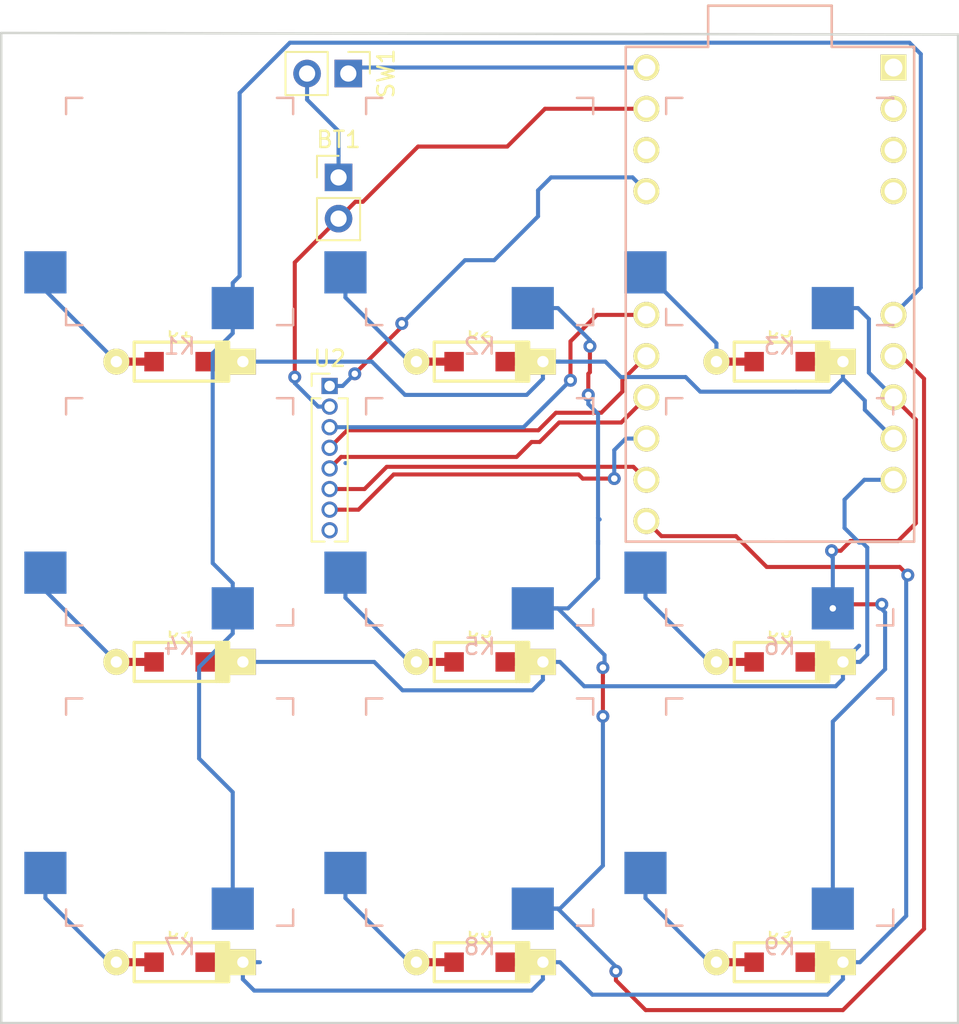
<source format=kicad_pcb>
(kicad_pcb (version 20171130) (host pcbnew "(5.0.0-3-g5ebb6b6)")

  (general
    (thickness 1.6)
    (drawings 4)
    (tracks 233)
    (zones 0)
    (modules 22)
    (nets 31)
  )

  (page A4)
  (layers
    (0 F.Cu signal)
    (31 B.Cu signal)
    (32 B.Adhes user)
    (33 F.Adhes user)
    (34 B.Paste user)
    (35 F.Paste user)
    (36 B.SilkS user)
    (37 F.SilkS user)
    (38 B.Mask user)
    (39 F.Mask user)
    (40 Dwgs.User user)
    (41 Cmts.User user)
    (42 Eco1.User user)
    (43 Eco2.User user)
    (44 Edge.Cuts user)
    (45 Margin user)
    (46 B.CrtYd user)
    (47 F.CrtYd user)
    (48 B.Fab user)
    (49 F.Fab user)
  )

  (setup
    (last_trace_width 0.25)
    (trace_clearance 0.2)
    (zone_clearance 0.508)
    (zone_45_only no)
    (trace_min 0.2)
    (segment_width 0.2)
    (edge_width 0.15)
    (via_size 0.8)
    (via_drill 0.4)
    (via_min_size 0.4)
    (via_min_drill 0.3)
    (uvia_size 0.3)
    (uvia_drill 0.1)
    (uvias_allowed no)
    (uvia_min_size 0.2)
    (uvia_min_drill 0.1)
    (pcb_text_width 0.3)
    (pcb_text_size 1.5 1.5)
    (mod_edge_width 0.15)
    (mod_text_size 1 1)
    (mod_text_width 0.15)
    (pad_size 1.524 1.524)
    (pad_drill 0.762)
    (pad_to_mask_clearance 0.2)
    (aux_axis_origin 0 0)
    (visible_elements FFFFFF7F)
    (pcbplotparams
      (layerselection 0x010fc_ffffffff)
      (usegerberextensions false)
      (usegerberattributes false)
      (usegerberadvancedattributes false)
      (creategerberjobfile false)
      (excludeedgelayer true)
      (linewidth 0.100000)
      (plotframeref false)
      (viasonmask false)
      (mode 1)
      (useauxorigin false)
      (hpglpennumber 1)
      (hpglpenspeed 20)
      (hpglpendiameter 15.000000)
      (psnegative false)
      (psa4output false)
      (plotreference true)
      (plotvalue true)
      (plotinvisibletext false)
      (padsonsilk false)
      (subtractmaskfromsilk false)
      (outputformat 1)
      (mirror false)
      (drillshape 1)
      (scaleselection 1)
      (outputdirectory ""))
  )

  (net 0 "")
  (net 1 /RAW1)
  (net 2 /GND1)
  (net 3 "Net-(D1-Pad2)")
  (net 4 /Row1)
  (net 5 "Net-(D2-Pad2)")
  (net 6 "Net-(D3-Pad2)")
  (net 7 "Net-(D4-Pad2)")
  (net 8 /Row2)
  (net 9 "Net-(D5-Pad2)")
  (net 10 "Net-(D6-Pad2)")
  (net 11 "Net-(D7-Pad2)")
  (net 12 /Row3)
  (net 13 "Net-(D8-Pad2)")
  (net 14 "Net-(D9-Pad2)")
  (net 15 /Col1)
  (net 16 /Col2)
  (net 17 /Col3)
  (net 18 "Net-(U1-Pad1)")
  (net 19 "Net-(U1-Pad2)")
  (net 20 "Net-(U1-Pad3)")
  (net 21 "Net-(U1-Pad4)")
  (net 22 "Net-(U1-Pad14)")
  (net 23 "Net-(U1-Pad15)")
  (net 24 "Net-(U1-Pad16)")
  (net 25 "Net-(U1-Pad17)")
  (net 26 "Net-(U1-Pad18)")
  (net 27 "Net-(U1-Pad21)")
  (net 28 "Net-(U1-Pad22)")
  (net 29 "Net-(U2-Pad8)")
  (net 30 "Net-(BT1-Pad1)")

  (net_class Default "This is the default net class."
    (clearance 0.2)
    (trace_width 0.25)
    (via_dia 0.8)
    (via_drill 0.4)
    (uvia_dia 0.3)
    (uvia_drill 0.1)
    (add_net /Col1)
    (add_net /Col2)
    (add_net /Col3)
    (add_net /GND1)
    (add_net /RAW1)
    (add_net /Row1)
    (add_net /Row2)
    (add_net /Row3)
    (add_net "Net-(BT1-Pad1)")
    (add_net "Net-(D1-Pad2)")
    (add_net "Net-(D2-Pad2)")
    (add_net "Net-(D3-Pad2)")
    (add_net "Net-(D4-Pad2)")
    (add_net "Net-(D5-Pad2)")
    (add_net "Net-(D6-Pad2)")
    (add_net "Net-(D7-Pad2)")
    (add_net "Net-(D8-Pad2)")
    (add_net "Net-(D9-Pad2)")
    (add_net "Net-(U1-Pad1)")
    (add_net "Net-(U1-Pad14)")
    (add_net "Net-(U1-Pad15)")
    (add_net "Net-(U1-Pad16)")
    (add_net "Net-(U1-Pad17)")
    (add_net "Net-(U1-Pad18)")
    (add_net "Net-(U1-Pad2)")
    (add_net "Net-(U1-Pad21)")
    (add_net "Net-(U1-Pad22)")
    (add_net "Net-(U1-Pad3)")
    (add_net "Net-(U1-Pad4)")
    (add_net "Net-(U2-Pad8)")
  )

  (module Connector_PinHeader_2.54mm:PinHeader_1x02_P2.54mm_Vertical (layer F.Cu) (tedit 59FED5CC) (tstamp 5C8E955F)
    (at 61.8 90.4)
    (descr "Through hole straight pin header, 1x02, 2.54mm pitch, single row")
    (tags "Through hole pin header THT 1x02 2.54mm single row")
    (path /5C47463C)
    (fp_text reference BT1 (at 0 -2.33) (layer F.SilkS)
      (effects (font (size 1 1) (thickness 0.15)))
    )
    (fp_text value Battery_Cell (at 0 4.87) (layer F.Fab)
      (effects (font (size 1 1) (thickness 0.15)))
    )
    (fp_line (start -0.635 -1.27) (end 1.27 -1.27) (layer F.Fab) (width 0.1))
    (fp_line (start 1.27 -1.27) (end 1.27 3.81) (layer F.Fab) (width 0.1))
    (fp_line (start 1.27 3.81) (end -1.27 3.81) (layer F.Fab) (width 0.1))
    (fp_line (start -1.27 3.81) (end -1.27 -0.635) (layer F.Fab) (width 0.1))
    (fp_line (start -1.27 -0.635) (end -0.635 -1.27) (layer F.Fab) (width 0.1))
    (fp_line (start -1.33 3.87) (end 1.33 3.87) (layer F.SilkS) (width 0.12))
    (fp_line (start -1.33 1.27) (end -1.33 3.87) (layer F.SilkS) (width 0.12))
    (fp_line (start 1.33 1.27) (end 1.33 3.87) (layer F.SilkS) (width 0.12))
    (fp_line (start -1.33 1.27) (end 1.33 1.27) (layer F.SilkS) (width 0.12))
    (fp_line (start -1.33 0) (end -1.33 -1.33) (layer F.SilkS) (width 0.12))
    (fp_line (start -1.33 -1.33) (end 0 -1.33) (layer F.SilkS) (width 0.12))
    (fp_line (start -1.8 -1.8) (end -1.8 4.35) (layer F.CrtYd) (width 0.05))
    (fp_line (start -1.8 4.35) (end 1.8 4.35) (layer F.CrtYd) (width 0.05))
    (fp_line (start 1.8 4.35) (end 1.8 -1.8) (layer F.CrtYd) (width 0.05))
    (fp_line (start 1.8 -1.8) (end -1.8 -1.8) (layer F.CrtYd) (width 0.05))
    (fp_text user %R (at 0 1.27 90) (layer F.Fab)
      (effects (font (size 1 1) (thickness 0.15)))
    )
    (pad 1 thru_hole rect (at 0 0) (size 1.7 1.7) (drill 1) (layers *.Cu *.Mask)
      (net 30 "Net-(BT1-Pad1)"))
    (pad 2 thru_hole oval (at 0 2.54) (size 1.7 1.7) (drill 1) (layers *.Cu *.Mask)
      (net 2 /GND1))
    (model ${KISYS3DMOD}/Connector_PinHeader_2.54mm.3dshapes/PinHeader_1x02_P2.54mm_Vertical.wrl
      (at (xyz 0 0 0))
      (scale (xyz 1 1 1))
      (rotate (xyz 0 0 0))
    )
  )

  (module keyboard_parts:D_SOD123_axial (layer F.Cu) (tedit 561B6A12) (tstamp 5C55CF65)
    (at 52 101.75 180)
    (path /5C470235)
    (attr smd)
    (fp_text reference D1 (at 0 1.925 180) (layer F.SilkS)
      (effects (font (size 0.8 0.8) (thickness 0.15)))
    )
    (fp_text value D (at 0 -1.925 180) (layer F.SilkS) hide
      (effects (font (size 0.8 0.8) (thickness 0.15)))
    )
    (fp_line (start -2.275 -1.2) (end -2.275 1.2) (layer F.SilkS) (width 0.2))
    (fp_line (start -2.45 -1.2) (end -2.45 1.2) (layer F.SilkS) (width 0.2))
    (fp_line (start -2.625 -1.2) (end -2.625 1.2) (layer F.SilkS) (width 0.2))
    (fp_line (start -3.025 1.2) (end -3.025 -1.2) (layer F.SilkS) (width 0.2))
    (fp_line (start -2.8 -1.2) (end -2.8 1.2) (layer F.SilkS) (width 0.2))
    (fp_line (start -2.925 -1.2) (end -2.925 1.2) (layer F.SilkS) (width 0.2))
    (fp_line (start -3 -1.2) (end 2.8 -1.2) (layer F.SilkS) (width 0.2))
    (fp_line (start 2.8 -1.2) (end 2.8 1.2) (layer F.SilkS) (width 0.2))
    (fp_line (start 2.8 1.2) (end -3 1.2) (layer F.SilkS) (width 0.2))
    (pad 2 smd rect (at 1.575 0 180) (size 1.2 1.2) (layers F.Cu F.Paste F.Mask)
      (net 3 "Net-(D1-Pad2)"))
    (pad 1 smd rect (at -1.575 0 180) (size 1.2 1.2) (layers F.Cu F.Paste F.Mask)
      (net 4 /Row1))
    (pad 1 thru_hole rect (at -3.9 0 180) (size 1.6 1.6) (drill 0.7) (layers *.Cu *.Mask F.SilkS)
      (net 4 /Row1))
    (pad 2 thru_hole circle (at 3.9 0 180) (size 1.6 1.6) (drill 0.7) (layers *.Cu *.Mask F.SilkS)
      (net 3 "Net-(D1-Pad2)"))
    (pad 1 smd rect (at -2.7 0 180) (size 2.5 0.5) (layers F.Cu)
      (net 4 /Row1) (solder_mask_margin -999))
    (pad 2 smd rect (at 2.7 0 180) (size 2.5 0.5) (layers F.Cu)
      (net 3 "Net-(D1-Pad2)") (solder_mask_margin -999))
  )

  (module keyboard_parts:D_SOD123_axial (layer F.Cu) (tedit 561B6A12) (tstamp 5C55CF78)
    (at 70.5 101.75 180)
    (path /5C46FD83)
    (attr smd)
    (fp_text reference D2 (at 0 1.925 180) (layer F.SilkS)
      (effects (font (size 0.8 0.8) (thickness 0.15)))
    )
    (fp_text value D (at 0 -1.925 180) (layer F.SilkS) hide
      (effects (font (size 0.8 0.8) (thickness 0.15)))
    )
    (fp_line (start 2.8 1.2) (end -3 1.2) (layer F.SilkS) (width 0.2))
    (fp_line (start 2.8 -1.2) (end 2.8 1.2) (layer F.SilkS) (width 0.2))
    (fp_line (start -3 -1.2) (end 2.8 -1.2) (layer F.SilkS) (width 0.2))
    (fp_line (start -2.925 -1.2) (end -2.925 1.2) (layer F.SilkS) (width 0.2))
    (fp_line (start -2.8 -1.2) (end -2.8 1.2) (layer F.SilkS) (width 0.2))
    (fp_line (start -3.025 1.2) (end -3.025 -1.2) (layer F.SilkS) (width 0.2))
    (fp_line (start -2.625 -1.2) (end -2.625 1.2) (layer F.SilkS) (width 0.2))
    (fp_line (start -2.45 -1.2) (end -2.45 1.2) (layer F.SilkS) (width 0.2))
    (fp_line (start -2.275 -1.2) (end -2.275 1.2) (layer F.SilkS) (width 0.2))
    (pad 2 smd rect (at 2.7 0 180) (size 2.5 0.5) (layers F.Cu)
      (net 5 "Net-(D2-Pad2)") (solder_mask_margin -999))
    (pad 1 smd rect (at -2.7 0 180) (size 2.5 0.5) (layers F.Cu)
      (net 4 /Row1) (solder_mask_margin -999))
    (pad 2 thru_hole circle (at 3.9 0 180) (size 1.6 1.6) (drill 0.7) (layers *.Cu *.Mask F.SilkS)
      (net 5 "Net-(D2-Pad2)"))
    (pad 1 thru_hole rect (at -3.9 0 180) (size 1.6 1.6) (drill 0.7) (layers *.Cu *.Mask F.SilkS)
      (net 4 /Row1))
    (pad 1 smd rect (at -1.575 0 180) (size 1.2 1.2) (layers F.Cu F.Paste F.Mask)
      (net 4 /Row1))
    (pad 2 smd rect (at 1.575 0 180) (size 1.2 1.2) (layers F.Cu F.Paste F.Mask)
      (net 5 "Net-(D2-Pad2)"))
  )

  (module keyboard_parts:D_SOD123_axial (layer F.Cu) (tedit 561B6A12) (tstamp 5C55CF8B)
    (at 89 101.75 180)
    (path /5C46D060)
    (attr smd)
    (fp_text reference D3 (at 0 1.925 180) (layer F.SilkS)
      (effects (font (size 0.8 0.8) (thickness 0.15)))
    )
    (fp_text value D (at 0 -1.925 180) (layer F.SilkS) hide
      (effects (font (size 0.8 0.8) (thickness 0.15)))
    )
    (fp_line (start -2.275 -1.2) (end -2.275 1.2) (layer F.SilkS) (width 0.2))
    (fp_line (start -2.45 -1.2) (end -2.45 1.2) (layer F.SilkS) (width 0.2))
    (fp_line (start -2.625 -1.2) (end -2.625 1.2) (layer F.SilkS) (width 0.2))
    (fp_line (start -3.025 1.2) (end -3.025 -1.2) (layer F.SilkS) (width 0.2))
    (fp_line (start -2.8 -1.2) (end -2.8 1.2) (layer F.SilkS) (width 0.2))
    (fp_line (start -2.925 -1.2) (end -2.925 1.2) (layer F.SilkS) (width 0.2))
    (fp_line (start -3 -1.2) (end 2.8 -1.2) (layer F.SilkS) (width 0.2))
    (fp_line (start 2.8 -1.2) (end 2.8 1.2) (layer F.SilkS) (width 0.2))
    (fp_line (start 2.8 1.2) (end -3 1.2) (layer F.SilkS) (width 0.2))
    (pad 2 smd rect (at 1.575 0 180) (size 1.2 1.2) (layers F.Cu F.Paste F.Mask)
      (net 6 "Net-(D3-Pad2)"))
    (pad 1 smd rect (at -1.575 0 180) (size 1.2 1.2) (layers F.Cu F.Paste F.Mask)
      (net 4 /Row1))
    (pad 1 thru_hole rect (at -3.9 0 180) (size 1.6 1.6) (drill 0.7) (layers *.Cu *.Mask F.SilkS)
      (net 4 /Row1))
    (pad 2 thru_hole circle (at 3.9 0 180) (size 1.6 1.6) (drill 0.7) (layers *.Cu *.Mask F.SilkS)
      (net 6 "Net-(D3-Pad2)"))
    (pad 1 smd rect (at -2.7 0 180) (size 2.5 0.5) (layers F.Cu)
      (net 4 /Row1) (solder_mask_margin -999))
    (pad 2 smd rect (at 2.7 0 180) (size 2.5 0.5) (layers F.Cu)
      (net 6 "Net-(D3-Pad2)") (solder_mask_margin -999))
  )

  (module keyboard_parts:D_SOD123_axial (layer F.Cu) (tedit 561B6A12) (tstamp 5C55CF9E)
    (at 52 120.25 180)
    (path /5C4703BA)
    (attr smd)
    (fp_text reference D4 (at 0 1.925 180) (layer F.SilkS)
      (effects (font (size 0.8 0.8) (thickness 0.15)))
    )
    (fp_text value D (at 0 -1.925 180) (layer F.SilkS) hide
      (effects (font (size 0.8 0.8) (thickness 0.15)))
    )
    (fp_line (start 2.8 1.2) (end -3 1.2) (layer F.SilkS) (width 0.2))
    (fp_line (start 2.8 -1.2) (end 2.8 1.2) (layer F.SilkS) (width 0.2))
    (fp_line (start -3 -1.2) (end 2.8 -1.2) (layer F.SilkS) (width 0.2))
    (fp_line (start -2.925 -1.2) (end -2.925 1.2) (layer F.SilkS) (width 0.2))
    (fp_line (start -2.8 -1.2) (end -2.8 1.2) (layer F.SilkS) (width 0.2))
    (fp_line (start -3.025 1.2) (end -3.025 -1.2) (layer F.SilkS) (width 0.2))
    (fp_line (start -2.625 -1.2) (end -2.625 1.2) (layer F.SilkS) (width 0.2))
    (fp_line (start -2.45 -1.2) (end -2.45 1.2) (layer F.SilkS) (width 0.2))
    (fp_line (start -2.275 -1.2) (end -2.275 1.2) (layer F.SilkS) (width 0.2))
    (pad 2 smd rect (at 2.7 0 180) (size 2.5 0.5) (layers F.Cu)
      (net 7 "Net-(D4-Pad2)") (solder_mask_margin -999))
    (pad 1 smd rect (at -2.7 0 180) (size 2.5 0.5) (layers F.Cu)
      (net 8 /Row2) (solder_mask_margin -999))
    (pad 2 thru_hole circle (at 3.9 0 180) (size 1.6 1.6) (drill 0.7) (layers *.Cu *.Mask F.SilkS)
      (net 7 "Net-(D4-Pad2)"))
    (pad 1 thru_hole rect (at -3.9 0 180) (size 1.6 1.6) (drill 0.7) (layers *.Cu *.Mask F.SilkS)
      (net 8 /Row2))
    (pad 1 smd rect (at -1.575 0 180) (size 1.2 1.2) (layers F.Cu F.Paste F.Mask)
      (net 8 /Row2))
    (pad 2 smd rect (at 1.575 0 180) (size 1.2 1.2) (layers F.Cu F.Paste F.Mask)
      (net 7 "Net-(D4-Pad2)"))
  )

  (module keyboard_parts:D_SOD123_axial (layer F.Cu) (tedit 561B6A12) (tstamp 5C55CFB1)
    (at 70.5 120.25 180)
    (path /5C470465)
    (attr smd)
    (fp_text reference D5 (at 0 1.925 180) (layer F.SilkS)
      (effects (font (size 0.8 0.8) (thickness 0.15)))
    )
    (fp_text value D (at 0 -1.925 180) (layer F.SilkS) hide
      (effects (font (size 0.8 0.8) (thickness 0.15)))
    )
    (fp_line (start -2.275 -1.2) (end -2.275 1.2) (layer F.SilkS) (width 0.2))
    (fp_line (start -2.45 -1.2) (end -2.45 1.2) (layer F.SilkS) (width 0.2))
    (fp_line (start -2.625 -1.2) (end -2.625 1.2) (layer F.SilkS) (width 0.2))
    (fp_line (start -3.025 1.2) (end -3.025 -1.2) (layer F.SilkS) (width 0.2))
    (fp_line (start -2.8 -1.2) (end -2.8 1.2) (layer F.SilkS) (width 0.2))
    (fp_line (start -2.925 -1.2) (end -2.925 1.2) (layer F.SilkS) (width 0.2))
    (fp_line (start -3 -1.2) (end 2.8 -1.2) (layer F.SilkS) (width 0.2))
    (fp_line (start 2.8 -1.2) (end 2.8 1.2) (layer F.SilkS) (width 0.2))
    (fp_line (start 2.8 1.2) (end -3 1.2) (layer F.SilkS) (width 0.2))
    (pad 2 smd rect (at 1.575 0 180) (size 1.2 1.2) (layers F.Cu F.Paste F.Mask)
      (net 9 "Net-(D5-Pad2)"))
    (pad 1 smd rect (at -1.575 0 180) (size 1.2 1.2) (layers F.Cu F.Paste F.Mask)
      (net 8 /Row2))
    (pad 1 thru_hole rect (at -3.9 0 180) (size 1.6 1.6) (drill 0.7) (layers *.Cu *.Mask F.SilkS)
      (net 8 /Row2))
    (pad 2 thru_hole circle (at 3.9 0 180) (size 1.6 1.6) (drill 0.7) (layers *.Cu *.Mask F.SilkS)
      (net 9 "Net-(D5-Pad2)"))
    (pad 1 smd rect (at -2.7 0 180) (size 2.5 0.5) (layers F.Cu)
      (net 8 /Row2) (solder_mask_margin -999))
    (pad 2 smd rect (at 2.7 0 180) (size 2.5 0.5) (layers F.Cu)
      (net 9 "Net-(D5-Pad2)") (solder_mask_margin -999))
  )

  (module keyboard_parts:D_SOD123_axial (layer F.Cu) (tedit 561B6A12) (tstamp 5C55CFC4)
    (at 89 120.25 180)
    (path /5C470513)
    (attr smd)
    (fp_text reference D6 (at 0 1.925 180) (layer F.SilkS)
      (effects (font (size 0.8 0.8) (thickness 0.15)))
    )
    (fp_text value D (at 0 -1.925 180) (layer F.SilkS) hide
      (effects (font (size 0.8 0.8) (thickness 0.15)))
    )
    (fp_line (start 2.8 1.2) (end -3 1.2) (layer F.SilkS) (width 0.2))
    (fp_line (start 2.8 -1.2) (end 2.8 1.2) (layer F.SilkS) (width 0.2))
    (fp_line (start -3 -1.2) (end 2.8 -1.2) (layer F.SilkS) (width 0.2))
    (fp_line (start -2.925 -1.2) (end -2.925 1.2) (layer F.SilkS) (width 0.2))
    (fp_line (start -2.8 -1.2) (end -2.8 1.2) (layer F.SilkS) (width 0.2))
    (fp_line (start -3.025 1.2) (end -3.025 -1.2) (layer F.SilkS) (width 0.2))
    (fp_line (start -2.625 -1.2) (end -2.625 1.2) (layer F.SilkS) (width 0.2))
    (fp_line (start -2.45 -1.2) (end -2.45 1.2) (layer F.SilkS) (width 0.2))
    (fp_line (start -2.275 -1.2) (end -2.275 1.2) (layer F.SilkS) (width 0.2))
    (pad 2 smd rect (at 2.7 0 180) (size 2.5 0.5) (layers F.Cu)
      (net 10 "Net-(D6-Pad2)") (solder_mask_margin -999))
    (pad 1 smd rect (at -2.7 0 180) (size 2.5 0.5) (layers F.Cu)
      (net 8 /Row2) (solder_mask_margin -999))
    (pad 2 thru_hole circle (at 3.9 0 180) (size 1.6 1.6) (drill 0.7) (layers *.Cu *.Mask F.SilkS)
      (net 10 "Net-(D6-Pad2)"))
    (pad 1 thru_hole rect (at -3.9 0 180) (size 1.6 1.6) (drill 0.7) (layers *.Cu *.Mask F.SilkS)
      (net 8 /Row2))
    (pad 1 smd rect (at -1.575 0 180) (size 1.2 1.2) (layers F.Cu F.Paste F.Mask)
      (net 8 /Row2))
    (pad 2 smd rect (at 1.575 0 180) (size 1.2 1.2) (layers F.Cu F.Paste F.Mask)
      (net 10 "Net-(D6-Pad2)"))
  )

  (module keyboard_parts:D_SOD123_axial (layer F.Cu) (tedit 561B6A12) (tstamp 5C55CFD7)
    (at 52 138.75 180)
    (path /5C49C727)
    (attr smd)
    (fp_text reference D7 (at 0 1.925 180) (layer F.SilkS)
      (effects (font (size 0.8 0.8) (thickness 0.15)))
    )
    (fp_text value D (at 0 -1.925 180) (layer F.SilkS) hide
      (effects (font (size 0.8 0.8) (thickness 0.15)))
    )
    (fp_line (start -2.275 -1.2) (end -2.275 1.2) (layer F.SilkS) (width 0.2))
    (fp_line (start -2.45 -1.2) (end -2.45 1.2) (layer F.SilkS) (width 0.2))
    (fp_line (start -2.625 -1.2) (end -2.625 1.2) (layer F.SilkS) (width 0.2))
    (fp_line (start -3.025 1.2) (end -3.025 -1.2) (layer F.SilkS) (width 0.2))
    (fp_line (start -2.8 -1.2) (end -2.8 1.2) (layer F.SilkS) (width 0.2))
    (fp_line (start -2.925 -1.2) (end -2.925 1.2) (layer F.SilkS) (width 0.2))
    (fp_line (start -3 -1.2) (end 2.8 -1.2) (layer F.SilkS) (width 0.2))
    (fp_line (start 2.8 -1.2) (end 2.8 1.2) (layer F.SilkS) (width 0.2))
    (fp_line (start 2.8 1.2) (end -3 1.2) (layer F.SilkS) (width 0.2))
    (pad 2 smd rect (at 1.575 0 180) (size 1.2 1.2) (layers F.Cu F.Paste F.Mask)
      (net 11 "Net-(D7-Pad2)"))
    (pad 1 smd rect (at -1.575 0 180) (size 1.2 1.2) (layers F.Cu F.Paste F.Mask)
      (net 12 /Row3))
    (pad 1 thru_hole rect (at -3.9 0 180) (size 1.6 1.6) (drill 0.7) (layers *.Cu *.Mask F.SilkS)
      (net 12 /Row3))
    (pad 2 thru_hole circle (at 3.9 0 180) (size 1.6 1.6) (drill 0.7) (layers *.Cu *.Mask F.SilkS)
      (net 11 "Net-(D7-Pad2)"))
    (pad 1 smd rect (at -2.7 0 180) (size 2.5 0.5) (layers F.Cu)
      (net 12 /Row3) (solder_mask_margin -999))
    (pad 2 smd rect (at 2.7 0 180) (size 2.5 0.5) (layers F.Cu)
      (net 11 "Net-(D7-Pad2)") (solder_mask_margin -999))
  )

  (module keyboard_parts:D_SOD123_axial (layer F.Cu) (tedit 561B6A12) (tstamp 5C55CFEA)
    (at 70.5 138.75 180)
    (path /5C49C7E5)
    (attr smd)
    (fp_text reference D8 (at 0 1.925 180) (layer F.SilkS)
      (effects (font (size 0.8 0.8) (thickness 0.15)))
    )
    (fp_text value D (at 0 -1.925 180) (layer F.SilkS) hide
      (effects (font (size 0.8 0.8) (thickness 0.15)))
    )
    (fp_line (start 2.8 1.2) (end -3 1.2) (layer F.SilkS) (width 0.2))
    (fp_line (start 2.8 -1.2) (end 2.8 1.2) (layer F.SilkS) (width 0.2))
    (fp_line (start -3 -1.2) (end 2.8 -1.2) (layer F.SilkS) (width 0.2))
    (fp_line (start -2.925 -1.2) (end -2.925 1.2) (layer F.SilkS) (width 0.2))
    (fp_line (start -2.8 -1.2) (end -2.8 1.2) (layer F.SilkS) (width 0.2))
    (fp_line (start -3.025 1.2) (end -3.025 -1.2) (layer F.SilkS) (width 0.2))
    (fp_line (start -2.625 -1.2) (end -2.625 1.2) (layer F.SilkS) (width 0.2))
    (fp_line (start -2.45 -1.2) (end -2.45 1.2) (layer F.SilkS) (width 0.2))
    (fp_line (start -2.275 -1.2) (end -2.275 1.2) (layer F.SilkS) (width 0.2))
    (pad 2 smd rect (at 2.7 0 180) (size 2.5 0.5) (layers F.Cu)
      (net 13 "Net-(D8-Pad2)") (solder_mask_margin -999))
    (pad 1 smd rect (at -2.7 0 180) (size 2.5 0.5) (layers F.Cu)
      (net 12 /Row3) (solder_mask_margin -999))
    (pad 2 thru_hole circle (at 3.9 0 180) (size 1.6 1.6) (drill 0.7) (layers *.Cu *.Mask F.SilkS)
      (net 13 "Net-(D8-Pad2)"))
    (pad 1 thru_hole rect (at -3.9 0 180) (size 1.6 1.6) (drill 0.7) (layers *.Cu *.Mask F.SilkS)
      (net 12 /Row3))
    (pad 1 smd rect (at -1.575 0 180) (size 1.2 1.2) (layers F.Cu F.Paste F.Mask)
      (net 12 /Row3))
    (pad 2 smd rect (at 1.575 0 180) (size 1.2 1.2) (layers F.Cu F.Paste F.Mask)
      (net 13 "Net-(D8-Pad2)"))
  )

  (module keyboard_parts:D_SOD123_axial (layer F.Cu) (tedit 561B6A12) (tstamp 5C55CFFD)
    (at 89 138.75 180)
    (path /5C49C9A6)
    (attr smd)
    (fp_text reference D9 (at 0 1.925 180) (layer F.SilkS)
      (effects (font (size 0.8 0.8) (thickness 0.15)))
    )
    (fp_text value D (at 0 -1.925 180) (layer F.SilkS) hide
      (effects (font (size 0.8 0.8) (thickness 0.15)))
    )
    (fp_line (start -2.275 -1.2) (end -2.275 1.2) (layer F.SilkS) (width 0.2))
    (fp_line (start -2.45 -1.2) (end -2.45 1.2) (layer F.SilkS) (width 0.2))
    (fp_line (start -2.625 -1.2) (end -2.625 1.2) (layer F.SilkS) (width 0.2))
    (fp_line (start -3.025 1.2) (end -3.025 -1.2) (layer F.SilkS) (width 0.2))
    (fp_line (start -2.8 -1.2) (end -2.8 1.2) (layer F.SilkS) (width 0.2))
    (fp_line (start -2.925 -1.2) (end -2.925 1.2) (layer F.SilkS) (width 0.2))
    (fp_line (start -3 -1.2) (end 2.8 -1.2) (layer F.SilkS) (width 0.2))
    (fp_line (start 2.8 -1.2) (end 2.8 1.2) (layer F.SilkS) (width 0.2))
    (fp_line (start 2.8 1.2) (end -3 1.2) (layer F.SilkS) (width 0.2))
    (pad 2 smd rect (at 1.575 0 180) (size 1.2 1.2) (layers F.Cu F.Paste F.Mask)
      (net 14 "Net-(D9-Pad2)"))
    (pad 1 smd rect (at -1.575 0 180) (size 1.2 1.2) (layers F.Cu F.Paste F.Mask)
      (net 12 /Row3))
    (pad 1 thru_hole rect (at -3.9 0 180) (size 1.6 1.6) (drill 0.7) (layers *.Cu *.Mask F.SilkS)
      (net 12 /Row3))
    (pad 2 thru_hole circle (at 3.9 0 180) (size 1.6 1.6) (drill 0.7) (layers *.Cu *.Mask F.SilkS)
      (net 14 "Net-(D9-Pad2)"))
    (pad 1 smd rect (at -2.7 0 180) (size 2.5 0.5) (layers F.Cu)
      (net 12 /Row3) (solder_mask_margin -999))
    (pad 2 smd rect (at 2.7 0 180) (size 2.5 0.5) (layers F.Cu)
      (net 14 "Net-(D9-Pad2)") (solder_mask_margin -999))
  )

  (module keyswitches:PG1350_socket (layer F.Cu) (tedit 5AB8AEFF) (tstamp 5C76C049)
    (at 52 92.5)
    (descr "Kailh \"Choc\" PG1350 keyswitch socket mount")
    (tags kailh,choc)
    (path /5C46FEEC)
    (fp_text reference K1 (at 0 8.3) (layer B.SilkS)
      (effects (font (size 1 1) (thickness 0.15)) (justify mirror))
    )
    (fp_text value KEYSW (at 0 -8.7) (layer F.Fab)
      (effects (font (size 1 1) (thickness 0.15)))
    )
    (fp_line (start -2.6 -3.1) (end 2.6 -3.1) (layer Eco2.User) (width 0.15))
    (fp_line (start 2.6 -3.1) (end 2.6 -6.3) (layer Eco2.User) (width 0.15))
    (fp_line (start 2.6 -6.3) (end -2.6 -6.3) (layer Eco2.User) (width 0.15))
    (fp_line (start -2.6 -3.1) (end -2.6 -6.3) (layer Eco2.User) (width 0.15))
    (fp_line (start -7 -6) (end -7 -7) (layer B.SilkS) (width 0.15))
    (fp_line (start -7 -7) (end -6 -7) (layer B.SilkS) (width 0.15))
    (fp_line (start -6 7) (end -7 7) (layer B.SilkS) (width 0.15))
    (fp_line (start -7 7) (end -7 6) (layer B.SilkS) (width 0.15))
    (fp_line (start 7 6) (end 7 7) (layer B.SilkS) (width 0.15))
    (fp_line (start 7 7) (end 6 7) (layer B.SilkS) (width 0.15))
    (fp_line (start 6 -7) (end 7 -7) (layer B.SilkS) (width 0.15))
    (fp_line (start 7 -7) (end 7 -6) (layer B.SilkS) (width 0.15))
    (fp_line (start -6.9 6.9) (end 6.9 6.9) (layer Eco2.User) (width 0.15))
    (fp_line (start 6.9 -6.9) (end -6.9 -6.9) (layer Eco2.User) (width 0.15))
    (fp_line (start 6.9 -6.9) (end 6.9 6.9) (layer Eco2.User) (width 0.15))
    (fp_line (start -6.9 6.9) (end -6.9 -6.9) (layer Eco2.User) (width 0.15))
    (fp_line (start -7.5 -7.5) (end 7.5 -7.5) (layer Eco2.User) (width 0.15))
    (fp_line (start 7.5 -7.5) (end 7.5 7.5) (layer Eco2.User) (width 0.15))
    (fp_line (start 7.5 7.5) (end -7.5 7.5) (layer Eco2.User) (width 0.15))
    (fp_line (start -7.5 7.5) (end -7.5 -7.5) (layer Eco2.User) (width 0.15))
    (pad "" np_thru_hole circle (at 5.22 -4.2) (size 0.9906 0.9906) (drill 0.9906) (layers *.Cu *.Mask))
    (pad 2 smd rect (at -8.275 3.75) (size 2.6 2.6) (layers B.Cu B.Paste B.Mask)
      (net 3 "Net-(D1-Pad2)"))
    (pad "" np_thru_hole circle (at 0 5.95) (size 3 3) (drill 3) (layers *.Cu *.Mask))
    (pad "" np_thru_hole circle (at 0 0) (size 3.429 3.429) (drill 3.429) (layers *.Cu *.Mask))
    (pad "" np_thru_hole circle (at -5 3.75) (size 3 3) (drill 3) (layers *.Cu *.Mask))
    (pad 1 smd rect (at 3.275 5.95) (size 2.6 2.6) (layers B.Cu B.Paste B.Mask)
      (net 15 /Col1))
    (pad "" np_thru_hole circle (at 5.5 0) (size 1.7018 1.7018) (drill 1.7018) (layers *.Cu *.Mask))
    (pad "" np_thru_hole circle (at -5.5 0) (size 1.7018 1.7018) (drill 1.7018) (layers *.Cu *.Mask))
  )

  (module keyswitches:PG1350_socket (layer F.Cu) (tedit 5AB8AEFF) (tstamp 5C56D866)
    (at 70.5 92.5)
    (descr "Kailh \"Choc\" PG1350 keyswitch socket mount")
    (tags kailh,choc)
    (path /5C46FDEC)
    (fp_text reference K2 (at 0 8.3) (layer B.SilkS)
      (effects (font (size 1 1) (thickness 0.15)) (justify mirror))
    )
    (fp_text value KEYSW (at 0 -8.7) (layer F.Fab)
      (effects (font (size 1 1) (thickness 0.15)))
    )
    (fp_line (start -7.5 7.5) (end -7.5 -7.5) (layer Eco2.User) (width 0.15))
    (fp_line (start 7.5 7.5) (end -7.5 7.5) (layer Eco2.User) (width 0.15))
    (fp_line (start 7.5 -7.5) (end 7.5 7.5) (layer Eco2.User) (width 0.15))
    (fp_line (start -7.5 -7.5) (end 7.5 -7.5) (layer Eco2.User) (width 0.15))
    (fp_line (start -6.9 6.9) (end -6.9 -6.9) (layer Eco2.User) (width 0.15))
    (fp_line (start 6.9 -6.9) (end 6.9 6.9) (layer Eco2.User) (width 0.15))
    (fp_line (start 6.9 -6.9) (end -6.9 -6.9) (layer Eco2.User) (width 0.15))
    (fp_line (start -6.9 6.9) (end 6.9 6.9) (layer Eco2.User) (width 0.15))
    (fp_line (start 7 -7) (end 7 -6) (layer B.SilkS) (width 0.15))
    (fp_line (start 6 -7) (end 7 -7) (layer B.SilkS) (width 0.15))
    (fp_line (start 7 7) (end 6 7) (layer B.SilkS) (width 0.15))
    (fp_line (start 7 6) (end 7 7) (layer B.SilkS) (width 0.15))
    (fp_line (start -7 7) (end -7 6) (layer B.SilkS) (width 0.15))
    (fp_line (start -6 7) (end -7 7) (layer B.SilkS) (width 0.15))
    (fp_line (start -7 -7) (end -6 -7) (layer B.SilkS) (width 0.15))
    (fp_line (start -7 -6) (end -7 -7) (layer B.SilkS) (width 0.15))
    (fp_line (start -2.6 -3.1) (end -2.6 -6.3) (layer Eco2.User) (width 0.15))
    (fp_line (start 2.6 -6.3) (end -2.6 -6.3) (layer Eco2.User) (width 0.15))
    (fp_line (start 2.6 -3.1) (end 2.6 -6.3) (layer Eco2.User) (width 0.15))
    (fp_line (start -2.6 -3.1) (end 2.6 -3.1) (layer Eco2.User) (width 0.15))
    (pad "" np_thru_hole circle (at -5.5 0) (size 1.7018 1.7018) (drill 1.7018) (layers *.Cu *.Mask))
    (pad "" np_thru_hole circle (at 5.5 0) (size 1.7018 1.7018) (drill 1.7018) (layers *.Cu *.Mask))
    (pad 1 smd rect (at 3.275 5.95) (size 2.6 2.6) (layers B.Cu B.Paste B.Mask)
      (net 16 /Col2))
    (pad "" np_thru_hole circle (at -5 3.75) (size 3 3) (drill 3) (layers *.Cu *.Mask))
    (pad "" np_thru_hole circle (at 0 0) (size 3.429 3.429) (drill 3.429) (layers *.Cu *.Mask))
    (pad "" np_thru_hole circle (at 0 5.95) (size 3 3) (drill 3) (layers *.Cu *.Mask))
    (pad 2 smd rect (at -8.275 3.75) (size 2.6 2.6) (layers B.Cu B.Paste B.Mask)
      (net 5 "Net-(D2-Pad2)"))
    (pad "" np_thru_hole circle (at 5.22 -4.2) (size 0.9906 0.9906) (drill 0.9906) (layers *.Cu *.Mask))
  )

  (module keyswitches:PG1350_socket (layer F.Cu) (tedit 5AB8AEFF) (tstamp 5C56D9BC)
    (at 89 92.5)
    (descr "Kailh \"Choc\" PG1350 keyswitch socket mount")
    (tags kailh,choc)
    (path /5C46CFB3)
    (fp_text reference K3 (at 0 8.3) (layer B.SilkS)
      (effects (font (size 1 1) (thickness 0.15)) (justify mirror))
    )
    (fp_text value KEYSW (at 0 -8.7) (layer F.Fab)
      (effects (font (size 1 1) (thickness 0.15)))
    )
    (fp_line (start -2.6 -3.1) (end 2.6 -3.1) (layer Eco2.User) (width 0.15))
    (fp_line (start 2.6 -3.1) (end 2.6 -6.3) (layer Eco2.User) (width 0.15))
    (fp_line (start 2.6 -6.3) (end -2.6 -6.3) (layer Eco2.User) (width 0.15))
    (fp_line (start -2.6 -3.1) (end -2.6 -6.3) (layer Eco2.User) (width 0.15))
    (fp_line (start -7 -6) (end -7 -7) (layer B.SilkS) (width 0.15))
    (fp_line (start -7 -7) (end -6 -7) (layer B.SilkS) (width 0.15))
    (fp_line (start -6 7) (end -7 7) (layer B.SilkS) (width 0.15))
    (fp_line (start -7 7) (end -7 6) (layer B.SilkS) (width 0.15))
    (fp_line (start 7 6) (end 7 7) (layer B.SilkS) (width 0.15))
    (fp_line (start 7 7) (end 6 7) (layer B.SilkS) (width 0.15))
    (fp_line (start 6 -7) (end 7 -7) (layer B.SilkS) (width 0.15))
    (fp_line (start 7 -7) (end 7 -6) (layer B.SilkS) (width 0.15))
    (fp_line (start -6.9 6.9) (end 6.9 6.9) (layer Eco2.User) (width 0.15))
    (fp_line (start 6.9 -6.9) (end -6.9 -6.9) (layer Eco2.User) (width 0.15))
    (fp_line (start 6.9 -6.9) (end 6.9 6.9) (layer Eco2.User) (width 0.15))
    (fp_line (start -6.9 6.9) (end -6.9 -6.9) (layer Eco2.User) (width 0.15))
    (fp_line (start -7.5 -7.5) (end 7.5 -7.5) (layer Eco2.User) (width 0.15))
    (fp_line (start 7.5 -7.5) (end 7.5 7.5) (layer Eco2.User) (width 0.15))
    (fp_line (start 7.5 7.5) (end -7.5 7.5) (layer Eco2.User) (width 0.15))
    (fp_line (start -7.5 7.5) (end -7.5 -7.5) (layer Eco2.User) (width 0.15))
    (pad "" np_thru_hole circle (at 5.22 -4.2) (size 0.9906 0.9906) (drill 0.9906) (layers *.Cu *.Mask))
    (pad 2 smd rect (at -8.275 3.75) (size 2.6 2.6) (layers B.Cu B.Paste B.Mask)
      (net 6 "Net-(D3-Pad2)"))
    (pad "" np_thru_hole circle (at 0 5.95) (size 3 3) (drill 3) (layers *.Cu *.Mask))
    (pad "" np_thru_hole circle (at 0 0) (size 3.429 3.429) (drill 3.429) (layers *.Cu *.Mask))
    (pad "" np_thru_hole circle (at -5 3.75) (size 3 3) (drill 3) (layers *.Cu *.Mask))
    (pad 1 smd rect (at 3.275 5.95) (size 2.6 2.6) (layers B.Cu B.Paste B.Mask)
      (net 17 /Col3))
    (pad "" np_thru_hole circle (at 5.5 0) (size 1.7018 1.7018) (drill 1.7018) (layers *.Cu *.Mask))
    (pad "" np_thru_hole circle (at -5.5 0) (size 1.7018 1.7018) (drill 1.7018) (layers *.Cu *.Mask))
  )

  (module keyswitches:PG1350_socket (layer F.Cu) (tedit 5AB8AEFF) (tstamp 5C56D8A4)
    (at 52 111)
    (descr "Kailh \"Choc\" PG1350 keyswitch socket mount")
    (tags kailh,choc)
    (path /5C47002C)
    (fp_text reference K4 (at 0 8.3) (layer B.SilkS)
      (effects (font (size 1 1) (thickness 0.15)) (justify mirror))
    )
    (fp_text value KEYSW (at 0 -8.7) (layer F.Fab)
      (effects (font (size 1 1) (thickness 0.15)))
    )
    (fp_line (start -7.5 7.5) (end -7.5 -7.5) (layer Eco2.User) (width 0.15))
    (fp_line (start 7.5 7.5) (end -7.5 7.5) (layer Eco2.User) (width 0.15))
    (fp_line (start 7.5 -7.5) (end 7.5 7.5) (layer Eco2.User) (width 0.15))
    (fp_line (start -7.5 -7.5) (end 7.5 -7.5) (layer Eco2.User) (width 0.15))
    (fp_line (start -6.9 6.9) (end -6.9 -6.9) (layer Eco2.User) (width 0.15))
    (fp_line (start 6.9 -6.9) (end 6.9 6.9) (layer Eco2.User) (width 0.15))
    (fp_line (start 6.9 -6.9) (end -6.9 -6.9) (layer Eco2.User) (width 0.15))
    (fp_line (start -6.9 6.9) (end 6.9 6.9) (layer Eco2.User) (width 0.15))
    (fp_line (start 7 -7) (end 7 -6) (layer B.SilkS) (width 0.15))
    (fp_line (start 6 -7) (end 7 -7) (layer B.SilkS) (width 0.15))
    (fp_line (start 7 7) (end 6 7) (layer B.SilkS) (width 0.15))
    (fp_line (start 7 6) (end 7 7) (layer B.SilkS) (width 0.15))
    (fp_line (start -7 7) (end -7 6) (layer B.SilkS) (width 0.15))
    (fp_line (start -6 7) (end -7 7) (layer B.SilkS) (width 0.15))
    (fp_line (start -7 -7) (end -6 -7) (layer B.SilkS) (width 0.15))
    (fp_line (start -7 -6) (end -7 -7) (layer B.SilkS) (width 0.15))
    (fp_line (start -2.6 -3.1) (end -2.6 -6.3) (layer Eco2.User) (width 0.15))
    (fp_line (start 2.6 -6.3) (end -2.6 -6.3) (layer Eco2.User) (width 0.15))
    (fp_line (start 2.6 -3.1) (end 2.6 -6.3) (layer Eco2.User) (width 0.15))
    (fp_line (start -2.6 -3.1) (end 2.6 -3.1) (layer Eco2.User) (width 0.15))
    (pad "" np_thru_hole circle (at -5.5 0) (size 1.7018 1.7018) (drill 1.7018) (layers *.Cu *.Mask))
    (pad "" np_thru_hole circle (at 5.5 0) (size 1.7018 1.7018) (drill 1.7018) (layers *.Cu *.Mask))
    (pad 1 smd rect (at 3.275 5.95) (size 2.6 2.6) (layers B.Cu B.Paste B.Mask)
      (net 15 /Col1))
    (pad "" np_thru_hole circle (at -5 3.75) (size 3 3) (drill 3) (layers *.Cu *.Mask))
    (pad "" np_thru_hole circle (at 0 0) (size 3.429 3.429) (drill 3.429) (layers *.Cu *.Mask))
    (pad "" np_thru_hole circle (at 0 5.95) (size 3 3) (drill 3) (layers *.Cu *.Mask))
    (pad 2 smd rect (at -8.275 3.75) (size 2.6 2.6) (layers B.Cu B.Paste B.Mask)
      (net 7 "Net-(D4-Pad2)"))
    (pad "" np_thru_hole circle (at 5.22 -4.2) (size 0.9906 0.9906) (drill 0.9906) (layers *.Cu *.Mask))
  )

  (module keyswitches:PG1350_socket (layer F.Cu) (tedit 5AB8AEFF) (tstamp 5C54CEDC)
    (at 70.5 111)
    (descr "Kailh \"Choc\" PG1350 keyswitch socket mount")
    (tags kailh,choc)
    (path /5C4700D2)
    (fp_text reference K5 (at 0 8.3) (layer B.SilkS)
      (effects (font (size 1 1) (thickness 0.15)) (justify mirror))
    )
    (fp_text value KEYSW (at 0 -8.7) (layer F.Fab)
      (effects (font (size 1 1) (thickness 0.15)))
    )
    (fp_line (start -2.6 -3.1) (end 2.6 -3.1) (layer Eco2.User) (width 0.15))
    (fp_line (start 2.6 -3.1) (end 2.6 -6.3) (layer Eco2.User) (width 0.15))
    (fp_line (start 2.6 -6.3) (end -2.6 -6.3) (layer Eco2.User) (width 0.15))
    (fp_line (start -2.6 -3.1) (end -2.6 -6.3) (layer Eco2.User) (width 0.15))
    (fp_line (start -7 -6) (end -7 -7) (layer B.SilkS) (width 0.15))
    (fp_line (start -7 -7) (end -6 -7) (layer B.SilkS) (width 0.15))
    (fp_line (start -6 7) (end -7 7) (layer B.SilkS) (width 0.15))
    (fp_line (start -7 7) (end -7 6) (layer B.SilkS) (width 0.15))
    (fp_line (start 7 6) (end 7 7) (layer B.SilkS) (width 0.15))
    (fp_line (start 7 7) (end 6 7) (layer B.SilkS) (width 0.15))
    (fp_line (start 6 -7) (end 7 -7) (layer B.SilkS) (width 0.15))
    (fp_line (start 7 -7) (end 7 -6) (layer B.SilkS) (width 0.15))
    (fp_line (start -6.9 6.9) (end 6.9 6.9) (layer Eco2.User) (width 0.15))
    (fp_line (start 6.9 -6.9) (end -6.9 -6.9) (layer Eco2.User) (width 0.15))
    (fp_line (start 6.9 -6.9) (end 6.9 6.9) (layer Eco2.User) (width 0.15))
    (fp_line (start -6.9 6.9) (end -6.9 -6.9) (layer Eco2.User) (width 0.15))
    (fp_line (start -7.5 -7.5) (end 7.5 -7.5) (layer Eco2.User) (width 0.15))
    (fp_line (start 7.5 -7.5) (end 7.5 7.5) (layer Eco2.User) (width 0.15))
    (fp_line (start 7.5 7.5) (end -7.5 7.5) (layer Eco2.User) (width 0.15))
    (fp_line (start -7.5 7.5) (end -7.5 -7.5) (layer Eco2.User) (width 0.15))
    (pad "" np_thru_hole circle (at 5.22 -4.2) (size 0.9906 0.9906) (drill 0.9906) (layers *.Cu *.Mask))
    (pad 2 smd rect (at -8.275 3.75) (size 2.6 2.6) (layers B.Cu B.Paste B.Mask)
      (net 9 "Net-(D5-Pad2)"))
    (pad "" np_thru_hole circle (at 0 5.95) (size 3 3) (drill 3) (layers *.Cu *.Mask))
    (pad "" np_thru_hole circle (at 0 0) (size 3.429 3.429) (drill 3.429) (layers *.Cu *.Mask))
    (pad "" np_thru_hole circle (at -5 3.75) (size 3 3) (drill 3) (layers *.Cu *.Mask))
    (pad 1 smd rect (at 3.275 5.95) (size 2.6 2.6) (layers B.Cu B.Paste B.Mask)
      (net 16 /Col2))
    (pad "" np_thru_hole circle (at 5.5 0) (size 1.7018 1.7018) (drill 1.7018) (layers *.Cu *.Mask))
    (pad "" np_thru_hole circle (at -5.5 0) (size 1.7018 1.7018) (drill 1.7018) (layers *.Cu *.Mask))
  )

  (module keyswitches:PG1350_socket (layer F.Cu) (tedit 5AB8AEFF) (tstamp 5C56D8E2)
    (at 89 111)
    (descr "Kailh \"Choc\" PG1350 keyswitch socket mount")
    (tags kailh,choc)
    (path /5C470147)
    (fp_text reference K6 (at 0 8.3) (layer B.SilkS)
      (effects (font (size 1 1) (thickness 0.15)) (justify mirror))
    )
    (fp_text value KEYSW (at 0 -8.7) (layer F.Fab)
      (effects (font (size 1 1) (thickness 0.15)))
    )
    (fp_line (start -7.5 7.5) (end -7.5 -7.5) (layer Eco2.User) (width 0.15))
    (fp_line (start 7.5 7.5) (end -7.5 7.5) (layer Eco2.User) (width 0.15))
    (fp_line (start 7.5 -7.5) (end 7.5 7.5) (layer Eco2.User) (width 0.15))
    (fp_line (start -7.5 -7.5) (end 7.5 -7.5) (layer Eco2.User) (width 0.15))
    (fp_line (start -6.9 6.9) (end -6.9 -6.9) (layer Eco2.User) (width 0.15))
    (fp_line (start 6.9 -6.9) (end 6.9 6.9) (layer Eco2.User) (width 0.15))
    (fp_line (start 6.9 -6.9) (end -6.9 -6.9) (layer Eco2.User) (width 0.15))
    (fp_line (start -6.9 6.9) (end 6.9 6.9) (layer Eco2.User) (width 0.15))
    (fp_line (start 7 -7) (end 7 -6) (layer B.SilkS) (width 0.15))
    (fp_line (start 6 -7) (end 7 -7) (layer B.SilkS) (width 0.15))
    (fp_line (start 7 7) (end 6 7) (layer B.SilkS) (width 0.15))
    (fp_line (start 7 6) (end 7 7) (layer B.SilkS) (width 0.15))
    (fp_line (start -7 7) (end -7 6) (layer B.SilkS) (width 0.15))
    (fp_line (start -6 7) (end -7 7) (layer B.SilkS) (width 0.15))
    (fp_line (start -7 -7) (end -6 -7) (layer B.SilkS) (width 0.15))
    (fp_line (start -7 -6) (end -7 -7) (layer B.SilkS) (width 0.15))
    (fp_line (start -2.6 -3.1) (end -2.6 -6.3) (layer Eco2.User) (width 0.15))
    (fp_line (start 2.6 -6.3) (end -2.6 -6.3) (layer Eco2.User) (width 0.15))
    (fp_line (start 2.6 -3.1) (end 2.6 -6.3) (layer Eco2.User) (width 0.15))
    (fp_line (start -2.6 -3.1) (end 2.6 -3.1) (layer Eco2.User) (width 0.15))
    (pad "" np_thru_hole circle (at -5.5 0) (size 1.7018 1.7018) (drill 1.7018) (layers *.Cu *.Mask))
    (pad "" np_thru_hole circle (at 5.5 0) (size 1.7018 1.7018) (drill 1.7018) (layers *.Cu *.Mask))
    (pad 1 smd rect (at 3.275 5.95) (size 2.6 2.6) (layers B.Cu B.Paste B.Mask)
      (net 17 /Col3))
    (pad "" np_thru_hole circle (at -5 3.75) (size 3 3) (drill 3) (layers *.Cu *.Mask))
    (pad "" np_thru_hole circle (at 0 0) (size 3.429 3.429) (drill 3.429) (layers *.Cu *.Mask))
    (pad "" np_thru_hole circle (at 0 5.95) (size 3 3) (drill 3) (layers *.Cu *.Mask))
    (pad 2 smd rect (at -8.275 3.75) (size 2.6 2.6) (layers B.Cu B.Paste B.Mask)
      (net 10 "Net-(D6-Pad2)"))
    (pad "" np_thru_hole circle (at 5.22 -4.2) (size 0.9906 0.9906) (drill 0.9906) (layers *.Cu *.Mask))
  )

  (module keyswitches:PG1350_socket (layer F.Cu) (tedit 5AB8AEFF) (tstamp 5C56D901)
    (at 52 129.5)
    (descr "Kailh \"Choc\" PG1350 keyswitch socket mount")
    (tags kailh,choc)
    (path /5C49C21E)
    (fp_text reference K7 (at 0 8.3) (layer B.SilkS)
      (effects (font (size 1 1) (thickness 0.15)) (justify mirror))
    )
    (fp_text value KEYSW (at 0 -8.7) (layer F.Fab)
      (effects (font (size 1 1) (thickness 0.15)))
    )
    (fp_line (start -2.6 -3.1) (end 2.6 -3.1) (layer Eco2.User) (width 0.15))
    (fp_line (start 2.6 -3.1) (end 2.6 -6.3) (layer Eco2.User) (width 0.15))
    (fp_line (start 2.6 -6.3) (end -2.6 -6.3) (layer Eco2.User) (width 0.15))
    (fp_line (start -2.6 -3.1) (end -2.6 -6.3) (layer Eco2.User) (width 0.15))
    (fp_line (start -7 -6) (end -7 -7) (layer B.SilkS) (width 0.15))
    (fp_line (start -7 -7) (end -6 -7) (layer B.SilkS) (width 0.15))
    (fp_line (start -6 7) (end -7 7) (layer B.SilkS) (width 0.15))
    (fp_line (start -7 7) (end -7 6) (layer B.SilkS) (width 0.15))
    (fp_line (start 7 6) (end 7 7) (layer B.SilkS) (width 0.15))
    (fp_line (start 7 7) (end 6 7) (layer B.SilkS) (width 0.15))
    (fp_line (start 6 -7) (end 7 -7) (layer B.SilkS) (width 0.15))
    (fp_line (start 7 -7) (end 7 -6) (layer B.SilkS) (width 0.15))
    (fp_line (start -6.9 6.9) (end 6.9 6.9) (layer Eco2.User) (width 0.15))
    (fp_line (start 6.9 -6.9) (end -6.9 -6.9) (layer Eco2.User) (width 0.15))
    (fp_line (start 6.9 -6.9) (end 6.9 6.9) (layer Eco2.User) (width 0.15))
    (fp_line (start -6.9 6.9) (end -6.9 -6.9) (layer Eco2.User) (width 0.15))
    (fp_line (start -7.5 -7.5) (end 7.5 -7.5) (layer Eco2.User) (width 0.15))
    (fp_line (start 7.5 -7.5) (end 7.5 7.5) (layer Eco2.User) (width 0.15))
    (fp_line (start 7.5 7.5) (end -7.5 7.5) (layer Eco2.User) (width 0.15))
    (fp_line (start -7.5 7.5) (end -7.5 -7.5) (layer Eco2.User) (width 0.15))
    (pad "" np_thru_hole circle (at 5.22 -4.2) (size 0.9906 0.9906) (drill 0.9906) (layers *.Cu *.Mask))
    (pad 2 smd rect (at -8.275 3.75) (size 2.6 2.6) (layers B.Cu B.Paste B.Mask)
      (net 11 "Net-(D7-Pad2)"))
    (pad "" np_thru_hole circle (at 0 5.95) (size 3 3) (drill 3) (layers *.Cu *.Mask))
    (pad "" np_thru_hole circle (at 0 0) (size 3.429 3.429) (drill 3.429) (layers *.Cu *.Mask))
    (pad "" np_thru_hole circle (at -5 3.75) (size 3 3) (drill 3) (layers *.Cu *.Mask))
    (pad 1 smd rect (at 3.275 5.95) (size 2.6 2.6) (layers B.Cu B.Paste B.Mask)
      (net 15 /Col1))
    (pad "" np_thru_hole circle (at 5.5 0) (size 1.7018 1.7018) (drill 1.7018) (layers *.Cu *.Mask))
    (pad "" np_thru_hole circle (at -5.5 0) (size 1.7018 1.7018) (drill 1.7018) (layers *.Cu *.Mask))
  )

  (module keyswitches:PG1350_socket (layer F.Cu) (tedit 5AB8AEFF) (tstamp 5C56D920)
    (at 70.5 129.5)
    (descr "Kailh \"Choc\" PG1350 keyswitch socket mount")
    (tags kailh,choc)
    (path /5C49C30E)
    (fp_text reference K8 (at 0 8.3) (layer B.SilkS)
      (effects (font (size 1 1) (thickness 0.15)) (justify mirror))
    )
    (fp_text value KEYSW (at 0 -8.7) (layer F.Fab)
      (effects (font (size 1 1) (thickness 0.15)))
    )
    (fp_line (start -7.5 7.5) (end -7.5 -7.5) (layer Eco2.User) (width 0.15))
    (fp_line (start 7.5 7.5) (end -7.5 7.5) (layer Eco2.User) (width 0.15))
    (fp_line (start 7.5 -7.5) (end 7.5 7.5) (layer Eco2.User) (width 0.15))
    (fp_line (start -7.5 -7.5) (end 7.5 -7.5) (layer Eco2.User) (width 0.15))
    (fp_line (start -6.9 6.9) (end -6.9 -6.9) (layer Eco2.User) (width 0.15))
    (fp_line (start 6.9 -6.9) (end 6.9 6.9) (layer Eco2.User) (width 0.15))
    (fp_line (start 6.9 -6.9) (end -6.9 -6.9) (layer Eco2.User) (width 0.15))
    (fp_line (start -6.9 6.9) (end 6.9 6.9) (layer Eco2.User) (width 0.15))
    (fp_line (start 7 -7) (end 7 -6) (layer B.SilkS) (width 0.15))
    (fp_line (start 6 -7) (end 7 -7) (layer B.SilkS) (width 0.15))
    (fp_line (start 7 7) (end 6 7) (layer B.SilkS) (width 0.15))
    (fp_line (start 7 6) (end 7 7) (layer B.SilkS) (width 0.15))
    (fp_line (start -7 7) (end -7 6) (layer B.SilkS) (width 0.15))
    (fp_line (start -6 7) (end -7 7) (layer B.SilkS) (width 0.15))
    (fp_line (start -7 -7) (end -6 -7) (layer B.SilkS) (width 0.15))
    (fp_line (start -7 -6) (end -7 -7) (layer B.SilkS) (width 0.15))
    (fp_line (start -2.6 -3.1) (end -2.6 -6.3) (layer Eco2.User) (width 0.15))
    (fp_line (start 2.6 -6.3) (end -2.6 -6.3) (layer Eco2.User) (width 0.15))
    (fp_line (start 2.6 -3.1) (end 2.6 -6.3) (layer Eco2.User) (width 0.15))
    (fp_line (start -2.6 -3.1) (end 2.6 -3.1) (layer Eco2.User) (width 0.15))
    (pad "" np_thru_hole circle (at -5.5 0) (size 1.7018 1.7018) (drill 1.7018) (layers *.Cu *.Mask))
    (pad "" np_thru_hole circle (at 5.5 0) (size 1.7018 1.7018) (drill 1.7018) (layers *.Cu *.Mask))
    (pad 1 smd rect (at 3.275 5.95) (size 2.6 2.6) (layers B.Cu B.Paste B.Mask)
      (net 16 /Col2))
    (pad "" np_thru_hole circle (at -5 3.75) (size 3 3) (drill 3) (layers *.Cu *.Mask))
    (pad "" np_thru_hole circle (at 0 0) (size 3.429 3.429) (drill 3.429) (layers *.Cu *.Mask))
    (pad "" np_thru_hole circle (at 0 5.95) (size 3 3) (drill 3) (layers *.Cu *.Mask))
    (pad 2 smd rect (at -8.275 3.75) (size 2.6 2.6) (layers B.Cu B.Paste B.Mask)
      (net 13 "Net-(D8-Pad2)"))
    (pad "" np_thru_hole circle (at 5.22 -4.2) (size 0.9906 0.9906) (drill 0.9906) (layers *.Cu *.Mask))
  )

  (module keyswitches:PG1350_socket (layer F.Cu) (tedit 5AB8AEFF) (tstamp 5C56D93F)
    (at 89 129.5)
    (descr "Kailh \"Choc\" PG1350 keyswitch socket mount")
    (tags kailh,choc)
    (path /5C49C34C)
    (fp_text reference K9 (at 0 8.3) (layer B.SilkS)
      (effects (font (size 1 1) (thickness 0.15)) (justify mirror))
    )
    (fp_text value KEYSW (at 0 -8.7) (layer F.Fab)
      (effects (font (size 1 1) (thickness 0.15)))
    )
    (fp_line (start -2.6 -3.1) (end 2.6 -3.1) (layer Eco2.User) (width 0.15))
    (fp_line (start 2.6 -3.1) (end 2.6 -6.3) (layer Eco2.User) (width 0.15))
    (fp_line (start 2.6 -6.3) (end -2.6 -6.3) (layer Eco2.User) (width 0.15))
    (fp_line (start -2.6 -3.1) (end -2.6 -6.3) (layer Eco2.User) (width 0.15))
    (fp_line (start -7 -6) (end -7 -7) (layer B.SilkS) (width 0.15))
    (fp_line (start -7 -7) (end -6 -7) (layer B.SilkS) (width 0.15))
    (fp_line (start -6 7) (end -7 7) (layer B.SilkS) (width 0.15))
    (fp_line (start -7 7) (end -7 6) (layer B.SilkS) (width 0.15))
    (fp_line (start 7 6) (end 7 7) (layer B.SilkS) (width 0.15))
    (fp_line (start 7 7) (end 6 7) (layer B.SilkS) (width 0.15))
    (fp_line (start 6 -7) (end 7 -7) (layer B.SilkS) (width 0.15))
    (fp_line (start 7 -7) (end 7 -6) (layer B.SilkS) (width 0.15))
    (fp_line (start -6.9 6.9) (end 6.9 6.9) (layer Eco2.User) (width 0.15))
    (fp_line (start 6.9 -6.9) (end -6.9 -6.9) (layer Eco2.User) (width 0.15))
    (fp_line (start 6.9 -6.9) (end 6.9 6.9) (layer Eco2.User) (width 0.15))
    (fp_line (start -6.9 6.9) (end -6.9 -6.9) (layer Eco2.User) (width 0.15))
    (fp_line (start -7.5 -7.5) (end 7.5 -7.5) (layer Eco2.User) (width 0.15))
    (fp_line (start 7.5 -7.5) (end 7.5 7.5) (layer Eco2.User) (width 0.15))
    (fp_line (start 7.5 7.5) (end -7.5 7.5) (layer Eco2.User) (width 0.15))
    (fp_line (start -7.5 7.5) (end -7.5 -7.5) (layer Eco2.User) (width 0.15))
    (pad "" np_thru_hole circle (at 5.22 -4.2) (size 0.9906 0.9906) (drill 0.9906) (layers *.Cu *.Mask))
    (pad 2 smd rect (at -8.275 3.75) (size 2.6 2.6) (layers B.Cu B.Paste B.Mask)
      (net 14 "Net-(D9-Pad2)"))
    (pad "" np_thru_hole circle (at 0 5.95) (size 3 3) (drill 3) (layers *.Cu *.Mask))
    (pad "" np_thru_hole circle (at 0 0) (size 3.429 3.429) (drill 3.429) (layers *.Cu *.Mask))
    (pad "" np_thru_hole circle (at -5 3.75) (size 3 3) (drill 3) (layers *.Cu *.Mask))
    (pad 1 smd rect (at 3.275 5.95) (size 2.6 2.6) (layers B.Cu B.Paste B.Mask)
      (net 17 /Col3))
    (pad "" np_thru_hole circle (at 5.5 0) (size 1.7018 1.7018) (drill 1.7018) (layers *.Cu *.Mask))
    (pad "" np_thru_hole circle (at -5.5 0) (size 1.7018 1.7018) (drill 1.7018) (layers *.Cu *.Mask))
  )

  (module Connector_PinHeader_2.54mm:PinHeader_1x02_P2.54mm_Vertical (layer F.Cu) (tedit 59FED5CC) (tstamp 5C705CF1)
    (at 62.4 84 270)
    (descr "Through hole straight pin header, 1x02, 2.54mm pitch, single row")
    (tags "Through hole pin header THT 1x02 2.54mm single row")
    (path /5C52B630)
    (fp_text reference SW1 (at 0 -2.33 270) (layer F.SilkS)
      (effects (font (size 1 1) (thickness 0.15)))
    )
    (fp_text value SW_DIP_x01 (at 0 4.87 270) (layer F.Fab)
      (effects (font (size 1 1) (thickness 0.15)))
    )
    (fp_line (start -0.635 -1.27) (end 1.27 -1.27) (layer F.Fab) (width 0.1))
    (fp_line (start 1.27 -1.27) (end 1.27 3.81) (layer F.Fab) (width 0.1))
    (fp_line (start 1.27 3.81) (end -1.27 3.81) (layer F.Fab) (width 0.1))
    (fp_line (start -1.27 3.81) (end -1.27 -0.635) (layer F.Fab) (width 0.1))
    (fp_line (start -1.27 -0.635) (end -0.635 -1.27) (layer F.Fab) (width 0.1))
    (fp_line (start -1.33 3.87) (end 1.33 3.87) (layer F.SilkS) (width 0.12))
    (fp_line (start -1.33 1.27) (end -1.33 3.87) (layer F.SilkS) (width 0.12))
    (fp_line (start 1.33 1.27) (end 1.33 3.87) (layer F.SilkS) (width 0.12))
    (fp_line (start -1.33 1.27) (end 1.33 1.27) (layer F.SilkS) (width 0.12))
    (fp_line (start -1.33 0) (end -1.33 -1.33) (layer F.SilkS) (width 0.12))
    (fp_line (start -1.33 -1.33) (end 0 -1.33) (layer F.SilkS) (width 0.12))
    (fp_line (start -1.8 -1.8) (end -1.8 4.35) (layer F.CrtYd) (width 0.05))
    (fp_line (start -1.8 4.35) (end 1.8 4.35) (layer F.CrtYd) (width 0.05))
    (fp_line (start 1.8 4.35) (end 1.8 -1.8) (layer F.CrtYd) (width 0.05))
    (fp_line (start 1.8 -1.8) (end -1.8 -1.8) (layer F.CrtYd) (width 0.05))
    (fp_text user %R (at 0 1.27) (layer F.Fab)
      (effects (font (size 1 1) (thickness 0.15)))
    )
    (pad 1 thru_hole rect (at 0 0 270) (size 1.7 1.7) (drill 1) (layers *.Cu *.Mask)
      (net 1 /RAW1))
    (pad 2 thru_hole oval (at 0 2.54 270) (size 1.7 1.7) (drill 1) (layers *.Cu *.Mask)
      (net 30 "Net-(BT1-Pad1)"))
    (model ${KISYS3DMOD}/Connector_PinHeader_2.54mm.3dshapes/PinHeader_1x02_P2.54mm_Vertical.wrl
      (at (xyz 0 0 0))
      (scale (xyz 1 1 1))
      (rotate (xyz 0 0 0))
    )
  )

  (module keyboard_parts:nrf24l01header (layer F.Cu) (tedit 5C5A7CBE) (tstamp 5C66C4F0)
    (at 61.25 103.25)
    (descr "Through hole straight pin header, 1x08, 1.27mm pitch, single row")
    (tags "Through hole pin header THT 1x08 1.27mm single row")
    (path /5C47263D)
    (fp_text reference U2 (at 0 -1.695) (layer F.SilkS)
      (effects (font (size 1 1) (thickness 0.15)))
    )
    (fp_text value NRF24L01_Breakout (at 0 10.585) (layer F.Fab)
      (effects (font (size 1 1) (thickness 0.15)))
    )
    (fp_line (start -0.525 -0.635) (end 1.05 -0.635) (layer F.Fab) (width 0.1))
    (fp_line (start 1.05 -0.635) (end 1.05 9.525) (layer F.Fab) (width 0.1))
    (fp_line (start 1.05 9.525) (end -1.05 9.525) (layer F.Fab) (width 0.1))
    (fp_line (start -1.05 9.525) (end -1.05 -0.11) (layer F.Fab) (width 0.1))
    (fp_line (start -1.05 -0.11) (end -0.525 -0.635) (layer F.Fab) (width 0.1))
    (fp_line (start -1.11 9.585) (end -0.30753 9.585) (layer F.SilkS) (width 0.12))
    (fp_line (start 0.30753 9.585) (end 1.11 9.585) (layer F.SilkS) (width 0.12))
    (fp_line (start -1.11 0.76) (end -1.11 9.585) (layer F.SilkS) (width 0.12))
    (fp_line (start 1.11 0.76) (end 1.11 9.585) (layer F.SilkS) (width 0.12))
    (fp_line (start -1.11 0.76) (end -0.563471 0.76) (layer F.SilkS) (width 0.12))
    (fp_line (start 0.563471 0.76) (end 1.11 0.76) (layer F.SilkS) (width 0.12))
    (fp_line (start -1.11 0) (end -1.11 -0.76) (layer F.SilkS) (width 0.12))
    (fp_line (start -1.11 -0.76) (end 0 -0.76) (layer F.SilkS) (width 0.12))
    (fp_line (start -1.55 -1.15) (end -1.55 10.05) (layer F.CrtYd) (width 0.05))
    (fp_line (start -1.55 10.05) (end 1.55 10.05) (layer F.CrtYd) (width 0.05))
    (fp_line (start 1.55 10.05) (end 1.55 -1.15) (layer F.CrtYd) (width 0.05))
    (fp_line (start 1.55 -1.15) (end -1.55 -1.15) (layer F.CrtYd) (width 0.05))
    (fp_text user %R (at 0 4.445 -270) (layer F.Fab)
      (effects (font (size 1 1) (thickness 0.15)))
    )
    (pad 2 thru_hole rect (at 0 0) (size 1 1) (drill 0.65) (layers *.Cu *.Mask)
      (net 27 "Net-(U1-Pad21)"))
    (pad 1 thru_hole oval (at 0 1.27) (size 1 1) (drill 0.65) (layers *.Cu *.Mask)
      (net 2 /GND1))
    (pad 3 thru_hole oval (at 0 2.54) (size 1 1) (drill 0.65) (layers *.Cu *.Mask)
      (net 26 "Net-(U1-Pad18)"))
    (pad 4 thru_hole oval (at 0 3.81) (size 1 1) (drill 0.65) (layers *.Cu *.Mask)
      (net 25 "Net-(U1-Pad17)"))
    (pad 5 thru_hole oval (at 0 5.08) (size 1 1) (drill 0.65) (layers *.Cu *.Mask)
      (net 24 "Net-(U1-Pad16)"))
    (pad 6 thru_hole oval (at 0 6.35) (size 1 1) (drill 0.65) (layers *.Cu *.Mask)
      (net 22 "Net-(U1-Pad14)"))
    (pad 7 thru_hole oval (at 0 7.62) (size 1 1) (drill 0.65) (layers *.Cu *.Mask)
      (net 23 "Net-(U1-Pad15)"))
    (pad 8 thru_hole oval (at 0 8.89) (size 1 1) (drill 0.65) (layers *.Cu *.Mask)
      (net 29 "Net-(U2-Pad8)"))
    (model ${KISYS3DMOD}/Connector_PinHeader_1.27mm.3dshapes/PinHeader_1x08_P1.27mm_Vertical.wrl
      (at (xyz 0 0 0))
      (scale (xyz 1 1 1))
      (rotate (xyz 0 0 0))
    )
  )

  (module promicro:proMicrov3 (layer F.Cu) (tedit 5C5A9CF1) (tstamp 5C72BAEF)
    (at 88.4 97.6 270)
    (descr "Pro Micro footprint")
    (tags "promicro ProMicro")
    (path /5C46CD90)
    (fp_text reference U1 (at 0 -10.16 270) (layer F.SilkS) hide
      (effects (font (size 1 1) (thickness 0.15)))
    )
    (fp_text value ProMicro (at 0 10.16 270) (layer F.Fab)
      (effects (font (size 1 1) (thickness 0.15)))
    )
    (fp_line (start 15.24 -8.89) (end 15.24 8.89) (layer F.SilkS) (width 0.15))
    (fp_line (start -15.24 -8.89) (end 15.24 -8.89) (layer F.SilkS) (width 0.15))
    (fp_line (start -15.24 -3.81) (end -15.24 -8.89) (layer F.SilkS) (width 0.15))
    (fp_line (start -17.78 -3.81) (end -15.24 -3.81) (layer F.SilkS) (width 0.15))
    (fp_line (start -17.78 3.81) (end -17.78 -3.81) (layer F.SilkS) (width 0.15))
    (fp_line (start -15.24 3.81) (end -17.78 3.81) (layer F.SilkS) (width 0.15))
    (fp_line (start -15.24 8.89) (end -15.24 3.81) (layer F.SilkS) (width 0.15))
    (fp_line (start -15.24 8.89) (end 15.24 8.89) (layer F.SilkS) (width 0.15))
    (fp_line (start -15.24 -8.89) (end 15.24 -8.89) (layer B.SilkS) (width 0.15))
    (fp_line (start -15.24 -3.81) (end -15.24 -8.89) (layer B.SilkS) (width 0.15))
    (fp_line (start -17.78 -3.81) (end -15.24 -3.81) (layer B.SilkS) (width 0.15))
    (fp_line (start -17.78 3.81) (end -17.78 -3.81) (layer B.SilkS) (width 0.15))
    (fp_line (start -15.24 3.81) (end -17.78 3.81) (layer B.SilkS) (width 0.15))
    (fp_line (start -15.24 8.89) (end -15.24 3.81) (layer B.SilkS) (width 0.15))
    (fp_line (start 15.24 8.89) (end -15.24 8.89) (layer B.SilkS) (width 0.15))
    (fp_line (start 15.24 -8.89) (end 15.24 8.89) (layer B.SilkS) (width 0.15))
    (pad 24 thru_hole circle (at -13.97 7.62 270) (size 1.6 1.6) (drill 1.1) (layers *.Cu *.Mask F.SilkS)
      (net 1 /RAW1))
    (pad 23 thru_hole circle (at -11.43 7.62 270) (size 1.6 1.6) (drill 1.1) (layers *.Cu *.Mask F.SilkS)
      (net 2 /GND1))
    (pad 22 thru_hole circle (at -8.89 7.62 270) (size 1.6 1.6) (drill 1.1) (layers *.Cu *.Mask F.SilkS)
      (net 28 "Net-(U1-Pad22)"))
    (pad 21 thru_hole circle (at -6.35 7.62 270) (size 1.6 1.6) (drill 1.1) (layers *.Cu *.Mask F.SilkS)
      (net 27 "Net-(U1-Pad21)"))
    (pad 18 thru_hole circle (at 1.27 7.62 270) (size 1.6 1.6) (drill 1.1) (layers *.Cu *.Mask F.SilkS)
      (net 26 "Net-(U1-Pad18)"))
    (pad 17 thru_hole circle (at 3.81 7.62 270) (size 1.6 1.6) (drill 1.1) (layers *.Cu *.Mask F.SilkS)
      (net 25 "Net-(U1-Pad17)"))
    (pad 16 thru_hole circle (at 6.35 7.62 270) (size 1.6 1.6) (drill 1.1) (layers *.Cu *.Mask F.SilkS)
      (net 24 "Net-(U1-Pad16)"))
    (pad 15 thru_hole circle (at 8.89 7.62 270) (size 1.6 1.6) (drill 1.1) (layers *.Cu *.Mask F.SilkS)
      (net 23 "Net-(U1-Pad15)"))
    (pad 14 thru_hole circle (at 11.43 7.62 270) (size 1.6 1.6) (drill 1.1) (layers *.Cu *.Mask F.SilkS)
      (net 22 "Net-(U1-Pad14)"))
    (pad 13 thru_hole circle (at 13.97 7.62 270) (size 1.6 1.6) (drill 1.1) (layers *.Cu *.Mask F.SilkS)
      (net 12 /Row3))
    (pad 11 thru_hole circle (at 11.43 -7.62 270) (size 1.6 1.6) (drill 1.1) (layers *.Cu *.Mask F.SilkS)
      (net 8 /Row2))
    (pad 10 thru_hole circle (at 8.89 -7.62 270) (size 1.6 1.6) (drill 1.1) (layers *.Cu *.Mask F.SilkS)
      (net 4 /Row1))
    (pad 9 thru_hole circle (at 6.35 -7.62 270) (size 1.6 1.6) (drill 1.1) (layers *.Cu *.Mask F.SilkS)
      (net 17 /Col3))
    (pad 8 thru_hole circle (at 3.81 -7.62 270) (size 1.6 1.6) (drill 1.1) (layers *.Cu *.Mask F.SilkS)
      (net 16 /Col2))
    (pad 7 thru_hole circle (at 1.27 -7.62 270) (size 1.6 1.6) (drill 1.1) (layers *.Cu *.Mask F.SilkS)
      (net 15 /Col1))
    (pad 4 thru_hole circle (at -6.35 -7.62 270) (size 1.6 1.6) (drill 1.1) (layers *.Cu *.Mask F.SilkS)
      (net 21 "Net-(U1-Pad4)"))
    (pad 3 thru_hole circle (at -8.89 -7.62 270) (size 1.6 1.6) (drill 1.1) (layers *.Cu *.Mask F.SilkS)
      (net 20 "Net-(U1-Pad3)"))
    (pad 2 thru_hole circle (at -11.43 -7.62 270) (size 1.6 1.6) (drill 1.1) (layers *.Cu *.Mask F.SilkS)
      (net 19 "Net-(U1-Pad2)"))
    (pad 1 thru_hole rect (at -13.97 -7.62 270) (size 1.6 1.6) (drill 1.1) (layers *.Cu *.Mask F.SilkS)
      (net 18 "Net-(U1-Pad1)"))
  )

  (gr_line (start 41 142.5) (end 41 81.5) (layer Edge.Cuts) (width 0.15))
  (gr_line (start 100 142.5) (end 41 142.5) (layer Edge.Cuts) (width 0.15))
  (gr_line (start 100 81.6) (end 100 142.5) (layer Edge.Cuts) (width 0.15))
  (gr_line (start 41 81.5) (end 100 81.6) (layer Edge.Cuts) (width 0.15))

  (segment (start 62.25 108) (end 62.225001 108) (width 0.25) (layer B.Cu) (net 0))
  (segment (start 62.77 83.63) (end 62.4 84) (width 0.25) (layer B.Cu) (net 1))
  (segment (start 80.78 83.63) (end 62.77 83.63) (width 0.25) (layer B.Cu) (net 1))
  (segment (start 61.25 104.52) (end 61.498462 104.52) (width 0.25) (layer F.Cu) (net 2))
  (segment (start 60.542894 104.52) (end 59.1 103.077106) (width 0.25) (layer B.Cu) (net 2))
  (segment (start 61.25 104.52) (end 60.542894 104.52) (width 0.25) (layer B.Cu) (net 2))
  (via (at 59.1 102.7) (size 0.8) (drill 0.4) (layers F.Cu B.Cu) (net 2))
  (segment (start 59.1 103.077106) (end 59.1 102.7) (width 0.25) (layer B.Cu) (net 2))
  (segment (start 59.1 95.64) (end 61.8 92.94) (width 0.25) (layer F.Cu) (net 2))
  (segment (start 59.1 102.7) (end 59.1 95.64) (width 0.25) (layer F.Cu) (net 2))
  (segment (start 61.8 92.94) (end 62.84 91.9) (width 0.25) (layer F.Cu) (net 2))
  (segment (start 62.84 91.9) (end 63.3 91.9) (width 0.25) (layer F.Cu) (net 2))
  (segment (start 63.3 91.9) (end 66.7 88.5) (width 0.25) (layer F.Cu) (net 2))
  (segment (start 66.7 88.5) (end 72.2 88.5) (width 0.25) (layer F.Cu) (net 2))
  (segment (start 74.53 86.17) (end 80.78 86.17) (width 0.25) (layer F.Cu) (net 2))
  (segment (start 72.2 88.5) (end 74.53 86.17) (width 0.25) (layer F.Cu) (net 2))
  (segment (start 43.725 97.375) (end 43.725 96.25) (width 0.25) (layer B.Cu) (net 3))
  (segment (start 48.1 101.75) (end 43.725 97.375) (width 0.25) (layer B.Cu) (net 3))
  (segment (start 74.4 101.75) (end 75.45 101.75) (width 0.25) (layer B.Cu) (net 4))
  (segment (start 92.9 102.8) (end 94.25 104.15) (width 0.25) (layer B.Cu) (net 4))
  (segment (start 94.25 104.72) (end 96.02 106.49) (width 0.25) (layer B.Cu) (net 4))
  (segment (start 94.25 104.15) (end 94.25 104.72) (width 0.25) (layer B.Cu) (net 4))
  (segment (start 74.4 101.75) (end 78.25 101.75) (width 0.25) (layer B.Cu) (net 4))
  (segment (start 78.25 101.75) (end 79.2 102.7) (width 0.25) (layer B.Cu) (net 4))
  (segment (start 79.2 102.7) (end 83.2 102.7) (width 0.25) (layer B.Cu) (net 4))
  (segment (start 83.2 102.7) (end 84.1 103.6) (width 0.25) (layer B.Cu) (net 4))
  (segment (start 84.1 103.6) (end 90 103.6) (width 0.25) (layer B.Cu) (net 4))
  (segment (start 90 103.6) (end 92 103.6) (width 0.25) (layer B.Cu) (net 4))
  (segment (start 92.9 102.8) (end 92.9 101.75) (width 0.25) (layer B.Cu) (net 4))
  (segment (start 92.1 103.6) (end 92.9 102.8) (width 0.25) (layer B.Cu) (net 4))
  (segment (start 92 103.6) (end 92.1 103.6) (width 0.25) (layer B.Cu) (net 4))
  (segment (start 73.4 103.8) (end 74.4 102.8) (width 0.25) (layer B.Cu) (net 4))
  (segment (start 65.9 103.8) (end 73.4 103.8) (width 0.25) (layer B.Cu) (net 4))
  (segment (start 63.85 101.75) (end 65.9 103.8) (width 0.25) (layer B.Cu) (net 4))
  (segment (start 74.4 102.8) (end 74.4 101.75) (width 0.25) (layer B.Cu) (net 4))
  (segment (start 55.9 101.75) (end 63.85 101.75) (width 0.25) (layer B.Cu) (net 4))
  (segment (start 62.225 97.8) (end 66.175 101.75) (width 0.25) (layer B.Cu) (net 5))
  (segment (start 66.175 101.75) (end 66.6 101.75) (width 0.25) (layer B.Cu) (net 5))
  (segment (start 62.225 96.25) (end 62.225 97.8) (width 0.25) (layer B.Cu) (net 5))
  (segment (start 85.1 100.61863) (end 85.1 101.75) (width 0.25) (layer B.Cu) (net 6))
  (segment (start 80.73137 96.25) (end 85.1 100.61863) (width 0.25) (layer B.Cu) (net 6))
  (segment (start 80.725 96.25) (end 80.73137 96.25) (width 0.25) (layer B.Cu) (net 6))
  (segment (start 43.725 115.875) (end 43.725 114.75) (width 0.25) (layer B.Cu) (net 7))
  (segment (start 48.1 120.25) (end 43.725 115.875) (width 0.25) (layer B.Cu) (net 7))
  (segment (start 92.45 121.75) (end 92.9 121.3) (width 0.25) (layer B.Cu) (net 8))
  (segment (start 76.95 121.75) (end 92.45 121.75) (width 0.25) (layer B.Cu) (net 8))
  (segment (start 92.9 121.3) (end 92.9 120.25) (width 0.25) (layer B.Cu) (net 8))
  (segment (start 75.45 120.25) (end 76.95 121.75) (width 0.25) (layer B.Cu) (net 8))
  (segment (start 74.4 120.25) (end 75.45 120.25) (width 0.25) (layer B.Cu) (net 8))
  (segment (start 74.4 121.35) (end 74.4 120.25) (width 0.25) (layer B.Cu) (net 8))
  (segment (start 73.75 122) (end 74.4 121.35) (width 0.25) (layer B.Cu) (net 8))
  (segment (start 65.75 122) (end 73.75 122) (width 0.25) (layer B.Cu) (net 8))
  (segment (start 64 120.25) (end 65.75 122) (width 0.25) (layer B.Cu) (net 8))
  (segment (start 55.9 120.25) (end 64 120.25) (width 0.25) (layer B.Cu) (net 8))
  (segment (start 92.9 120.25) (end 93.900001 119.249999) (width 0.25) (layer B.Cu) (net 8))
  (segment (start 93.900001 112.900001) (end 93 112) (width 0.25) (layer B.Cu) (net 8))
  (segment (start 93 112) (end 93 110.25) (width 0.25) (layer B.Cu) (net 8))
  (segment (start 94.22 109.03) (end 96.02 109.03) (width 0.25) (layer B.Cu) (net 8))
  (segment (start 93 110.25) (end 94.22 109.03) (width 0.25) (layer B.Cu) (net 8))
  (segment (start 93.900001 112.900001) (end 94.100001 112.900001) (width 0.25) (layer B.Cu) (net 8))
  (segment (start 94.100001 112.900001) (end 94.4 113.2) (width 0.25) (layer B.Cu) (net 8))
  (segment (start 94.4 119.8) (end 93.95 120.25) (width 0.25) (layer B.Cu) (net 8))
  (segment (start 93.95 120.25) (end 92.9 120.25) (width 0.25) (layer B.Cu) (net 8))
  (segment (start 94.4 113.2) (end 94.4 119.8) (width 0.25) (layer B.Cu) (net 8))
  (segment (start 66.175 120.25) (end 66.6 120.25) (width 0.25) (layer B.Cu) (net 9))
  (segment (start 62.225 116.3) (end 66.175 120.25) (width 0.25) (layer B.Cu) (net 9))
  (segment (start 62.225 114.75) (end 62.225 116.3) (width 0.25) (layer B.Cu) (net 9))
  (segment (start 84.675 120.25) (end 85.1 120.25) (width 0.25) (layer B.Cu) (net 10))
  (segment (start 80.725 116.3) (end 84.675 120.25) (width 0.25) (layer B.Cu) (net 10))
  (segment (start 80.725 114.75) (end 80.725 116.3) (width 0.25) (layer B.Cu) (net 10))
  (segment (start 43.725 134.8) (end 47.675 138.75) (width 0.25) (layer B.Cu) (net 11))
  (segment (start 47.675 138.75) (end 48.1 138.75) (width 0.25) (layer B.Cu) (net 11))
  (segment (start 43.725 133.25) (end 43.725 134.8) (width 0.25) (layer B.Cu) (net 11))
  (segment (start 55.9 138.75) (end 56.95 138.75) (width 0.25) (layer B.Cu) (net 12))
  (segment (start 73.7 140.5) (end 74.4 139.8) (width 0.25) (layer B.Cu) (net 12))
  (segment (start 55.9 139.8) (end 56.6 140.5) (width 0.25) (layer B.Cu) (net 12))
  (segment (start 74.4 139.8) (end 74.4 138.75) (width 0.25) (layer B.Cu) (net 12))
  (segment (start 56.6 140.5) (end 73.7 140.5) (width 0.25) (layer B.Cu) (net 12))
  (segment (start 55.9 138.75) (end 55.9 139.8) (width 0.25) (layer B.Cu) (net 12))
  (segment (start 92.9 139.8) (end 92.9 138.75) (width 0.25) (layer B.Cu) (net 12))
  (segment (start 77.45 140.75) (end 91.95 140.75) (width 0.25) (layer B.Cu) (net 12))
  (segment (start 75.45 138.75) (end 77.45 140.75) (width 0.25) (layer B.Cu) (net 12))
  (segment (start 91.95 140.75) (end 92.9 139.8) (width 0.25) (layer B.Cu) (net 12))
  (segment (start 74.4 138.75) (end 75.45 138.75) (width 0.25) (layer B.Cu) (net 12))
  (segment (start 93.95 138.75) (end 96.8 135.9) (width 0.25) (layer B.Cu) (net 12))
  (segment (start 92.9 138.75) (end 93.95 138.75) (width 0.25) (layer B.Cu) (net 12))
  (via (at 96.9 114.9) (size 0.8) (drill 0.4) (layers F.Cu B.Cu) (net 12))
  (segment (start 96.8 115) (end 96.9 114.9) (width 0.25) (layer B.Cu) (net 12))
  (segment (start 96.8 135.9) (end 96.8 115) (width 0.25) (layer B.Cu) (net 12))
  (segment (start 96.9 114.9) (end 96.4 114.4) (width 0.25) (layer F.Cu) (net 12))
  (segment (start 96.4 114.4) (end 88.2 114.4) (width 0.25) (layer F.Cu) (net 12))
  (segment (start 88.2 114.4) (end 86.3 112.5) (width 0.25) (layer F.Cu) (net 12))
  (segment (start 81.71 112.5) (end 80.78 111.57) (width 0.25) (layer F.Cu) (net 12))
  (segment (start 86.3 112.5) (end 81.71 112.5) (width 0.25) (layer F.Cu) (net 12))
  (segment (start 66.175 138.75) (end 66.6 138.75) (width 0.25) (layer B.Cu) (net 13))
  (segment (start 62.225 134.8) (end 66.175 138.75) (width 0.25) (layer B.Cu) (net 13))
  (segment (start 62.225 133.25) (end 62.225 134.8) (width 0.25) (layer B.Cu) (net 13))
  (segment (start 84.675 138.75) (end 85.1 138.75) (width 0.25) (layer B.Cu) (net 14))
  (segment (start 80.725 134.8) (end 84.675 138.75) (width 0.25) (layer B.Cu) (net 14))
  (segment (start 80.725 133.25) (end 80.725 134.8) (width 0.25) (layer B.Cu) (net 14))
  (segment (start 55.275 115.4) (end 55.275 116.95) (width 0.25) (layer B.Cu) (net 15))
  (segment (start 54.039501 101.235499) (end 54.039501 114.164501) (width 0.25) (layer B.Cu) (net 15))
  (segment (start 55.275 100) (end 54.039501 101.235499) (width 0.25) (layer B.Cu) (net 15))
  (segment (start 54.039501 114.164501) (end 55.275 115.4) (width 0.25) (layer B.Cu) (net 15))
  (segment (start 55.275 98.45) (end 55.275 100) (width 0.25) (layer B.Cu) (net 15))
  (segment (start 55.275 116.95) (end 55.275 118.5) (width 0.25) (layer B.Cu) (net 15))
  (segment (start 55.275 118.5) (end 53.2 120.575) (width 0.25) (layer B.Cu) (net 15))
  (segment (start 53.2 120.575) (end 53.2 126.2) (width 0.25) (layer B.Cu) (net 15))
  (segment (start 55.275 128.275) (end 55.275 135.45) (width 0.25) (layer B.Cu) (net 15))
  (segment (start 53.2 126.2) (end 55.275 128.275) (width 0.25) (layer B.Cu) (net 15))
  (segment (start 55.275 96.9) (end 55.7 96.475) (width 0.25) (layer B.Cu) (net 15))
  (segment (start 55.275 98.45) (end 55.275 96.9) (width 0.25) (layer B.Cu) (net 15))
  (segment (start 55.7 96.475) (end 55.7 85.2) (width 0.25) (layer B.Cu) (net 15))
  (segment (start 55.7 85.2) (end 58.8 82.1) (width 0.25) (layer B.Cu) (net 15))
  (segment (start 58.8 82.1) (end 97 82.1) (width 0.25) (layer B.Cu) (net 15))
  (segment (start 96.819999 98.070001) (end 96.02 98.87) (width 0.25) (layer B.Cu) (net 15))
  (segment (start 97.7 97.19) (end 96.819999 98.070001) (width 0.25) (layer B.Cu) (net 15))
  (segment (start 97.7 82.8) (end 97.7 97.19) (width 0.25) (layer B.Cu) (net 15))
  (segment (start 97 82.1) (end 97.7 82.8) (width 0.25) (layer B.Cu) (net 15))
  (segment (start 73.775 98.45) (end 73.65 98.45) (width 0.25) (layer B.Cu) (net 16))
  (segment (start 75.325 98.45) (end 77.3 100.425) (width 0.25) (layer B.Cu) (net 16))
  (segment (start 73.775 98.45) (end 75.325 98.45) (width 0.25) (layer B.Cu) (net 16))
  (via (at 77.3 100.8) (size 0.8) (drill 0.4) (layers F.Cu B.Cu) (net 16))
  (segment (start 77.3 100.425) (end 77.3 100.8) (width 0.25) (layer B.Cu) (net 16))
  (segment (start 77.3 100.8) (end 77.3 102.4) (width 0.25) (layer F.Cu) (net 16))
  (via (at 77.2 103.8) (size 0.8) (drill 0.4) (layers F.Cu B.Cu) (net 16))
  (segment (start 77.2 102.5) (end 77.2 103.8) (width 0.25) (layer F.Cu) (net 16))
  (segment (start 77.3 102.4) (end 77.2 102.5) (width 0.25) (layer F.Cu) (net 16))
  (segment (start 77.2 104.365685) (end 77.8 104.965685) (width 0.25) (layer B.Cu) (net 16))
  (segment (start 77.2 103.8) (end 77.2 104.365685) (width 0.25) (layer B.Cu) (net 16))
  (segment (start 77.8 111.375) (end 77.9 111.475) (width 0.25) (layer B.Cu) (net 16))
  (segment (start 77.8 104.965685) (end 77.8 111.375) (width 0.25) (layer B.Cu) (net 16))
  (segment (start 77.8 112.8) (end 77.8 115.1) (width 0.25) (layer B.Cu) (net 16))
  (segment (start 77.8 111.375) (end 77.8 112.8) (width 0.25) (layer B.Cu) (net 16))
  (segment (start 77.8 112.8) (end 77.8 113) (width 0.25) (layer B.Cu) (net 16))
  (segment (start 75.95 116.95) (end 73.775 116.95) (width 0.25) (layer B.Cu) (net 16))
  (segment (start 77.8 115.1) (end 75.95 116.95) (width 0.25) (layer B.Cu) (net 16))
  (segment (start 75.325 116.95) (end 78.2 119.825) (width 0.25) (layer B.Cu) (net 16))
  (segment (start 73.775 116.95) (end 75.325 116.95) (width 0.25) (layer B.Cu) (net 16))
  (via (at 78.1 120.6) (size 0.8) (drill 0.4) (layers F.Cu B.Cu) (net 16))
  (segment (start 78.2 120.5) (end 78.1 120.6) (width 0.25) (layer B.Cu) (net 16))
  (segment (start 78.2 119.825) (end 78.2 120.5) (width 0.25) (layer B.Cu) (net 16))
  (segment (start 78.1 120.6) (end 78.1 121.165685) (width 0.25) (layer F.Cu) (net 16))
  (via (at 78.1 123.6) (size 0.8) (drill 0.4) (layers F.Cu B.Cu) (net 16))
  (segment (start 78.1 121.165685) (end 78.1 123.6) (width 0.25) (layer F.Cu) (net 16))
  (segment (start 78.1 123.6) (end 78.1 132.8) (width 0.25) (layer B.Cu) (net 16))
  (segment (start 75.45 135.45) (end 73.775 135.45) (width 0.25) (layer B.Cu) (net 16))
  (segment (start 78.1 132.8) (end 75.45 135.45) (width 0.25) (layer B.Cu) (net 16))
  (segment (start 73.775 135.45) (end 75.325 135.45) (width 0.25) (layer B.Cu) (net 16))
  (segment (start 78.9 139.025) (end 78.9 139.3) (width 0.25) (layer B.Cu) (net 16))
  (via (at 78.9 139.3) (size 0.8) (drill 0.4) (layers F.Cu B.Cu) (net 16))
  (segment (start 75.325 135.45) (end 78.9 139.025) (width 0.25) (layer B.Cu) (net 16))
  (segment (start 97.9 102.8) (end 96.51 101.41) (width 0.25) (layer F.Cu) (net 16))
  (segment (start 97.9 136.7) (end 97.9 102.8) (width 0.25) (layer F.Cu) (net 16))
  (segment (start 96.51 101.41) (end 96.02 101.41) (width 0.25) (layer F.Cu) (net 16))
  (segment (start 80.734315 141.7) (end 92.9 141.7) (width 0.25) (layer F.Cu) (net 16))
  (segment (start 92.9 141.7) (end 97.9 136.7) (width 0.25) (layer F.Cu) (net 16))
  (segment (start 78.9 139.865685) (end 80.734315 141.7) (width 0.25) (layer F.Cu) (net 16))
  (segment (start 78.9 139.3) (end 78.9 139.865685) (width 0.25) (layer F.Cu) (net 16))
  (segment (start 93.825 98.45) (end 92.275 98.45) (width 0.25) (layer B.Cu) (net 17))
  (segment (start 94.5 99.125) (end 93.825 98.45) (width 0.25) (layer B.Cu) (net 17))
  (segment (start 94.5 102.43) (end 94.5 99.125) (width 0.25) (layer B.Cu) (net 17))
  (segment (start 96.02 103.95) (end 94.5 102.43) (width 0.25) (layer B.Cu) (net 17))
  (segment (start 92.275 116.95) (end 92.275 113.825) (width 0.25) (layer B.Cu) (net 17))
  (via (at 92.2 113.4) (size 0.8) (drill 0.4) (layers F.Cu B.Cu) (net 17))
  (segment (start 92.2 113.75) (end 92.2 113.4) (width 0.25) (layer B.Cu) (net 17))
  (segment (start 92.275 113.825) (end 92.2 113.75) (width 0.25) (layer B.Cu) (net 17))
  (segment (start 92.275 135.45) (end 92.275 123.925) (width 0.25) (layer B.Cu) (net 17))
  (segment (start 92.275 123.925) (end 95.5 120.7) (width 0.25) (layer B.Cu) (net 17))
  (segment (start 95.5 120.7) (end 95.5 117.2) (width 0.25) (layer B.Cu) (net 17))
  (via (at 95.295 116.7) (size 0.8) (drill 0.4) (layers F.Cu B.Cu) (net 17))
  (segment (start 95.295 116.995) (end 95.295 116.7) (width 0.25) (layer B.Cu) (net 17))
  (segment (start 95.5 117.2) (end 95.295 116.995) (width 0.25) (layer B.Cu) (net 17))
  (segment (start 95.295 116.7) (end 92.8 116.7) (width 0.25) (layer F.Cu) (net 17))
  (via (at 92.275 116.95) (size 0.8) (drill 0.4) (layers F.Cu B.Cu) (net 17))
  (segment (start 92.55 116.95) (end 92.275 116.95) (width 0.25) (layer F.Cu) (net 17))
  (segment (start 92.8 116.7) (end 92.55 116.95) (width 0.25) (layer F.Cu) (net 17))
  (segment (start 93.365685 112.8) (end 96.3 112.8) (width 0.25) (layer F.Cu) (net 17))
  (segment (start 96.3 112.8) (end 97.4 111.7) (width 0.25) (layer F.Cu) (net 17))
  (segment (start 92.765685 113.4) (end 93.365685 112.8) (width 0.25) (layer F.Cu) (net 17))
  (segment (start 97.4 105.33) (end 96.02 103.95) (width 0.25) (layer F.Cu) (net 17))
  (segment (start 97.4 111.7) (end 97.4 105.33) (width 0.25) (layer F.Cu) (net 17))
  (segment (start 92.2 113.4) (end 92.765685 113.4) (width 0.25) (layer F.Cu) (net 17))
  (segment (start 61.25 109.6) (end 63.4 109.6) (width 0.25) (layer F.Cu) (net 22))
  (segment (start 79.980001 108.230001) (end 80.78 109.03) (width 0.25) (layer F.Cu) (net 22))
  (segment (start 64.769999 108.230001) (end 79.980001 108.230001) (width 0.25) (layer F.Cu) (net 22))
  (segment (start 63.4 109.6) (end 64.769999 108.230001) (width 0.25) (layer F.Cu) (net 22))
  (segment (start 61.25 110.87) (end 63.03 110.87) (width 0.25) (layer F.Cu) (net 23))
  (segment (start 63.03 110.87) (end 64.8 109.1) (width 0.25) (layer F.Cu) (net 23))
  (segment (start 65.2 108.7) (end 76.6 108.7) (width 0.25) (layer F.Cu) (net 23))
  (segment (start 64.8 109.1) (end 65.2 108.7) (width 0.25) (layer F.Cu) (net 23))
  (segment (start 76.855001 108.955001) (end 78.8 108.955001) (width 0.25) (layer F.Cu) (net 23))
  (via (at 78.8 108.955001) (size 0.8) (drill 0.4) (layers F.Cu B.Cu) (net 23))
  (segment (start 76.6 108.7) (end 76.855001 108.955001) (width 0.25) (layer F.Cu) (net 23))
  (segment (start 78.8 108.955001) (end 78.8 107.2) (width 0.25) (layer B.Cu) (net 23))
  (segment (start 79.51 106.49) (end 80.78 106.49) (width 0.25) (layer B.Cu) (net 23))
  (segment (start 78.8 107.2) (end 79.51 106.49) (width 0.25) (layer B.Cu) (net 23))
  (segment (start 61.25 108.33) (end 61.959699 107.620301) (width 0.25) (layer F.Cu) (net 24))
  (segment (start 61.959699 107.620301) (end 72.779699 107.620301) (width 0.25) (layer F.Cu) (net 24))
  (segment (start 72.779699 107.620301) (end 73.7 106.7) (width 0.25) (layer F.Cu) (net 24))
  (segment (start 74.2 106.7) (end 75.4 105.5) (width 0.25) (layer F.Cu) (net 24))
  (segment (start 73.7 106.7) (end 74.2 106.7) (width 0.25) (layer F.Cu) (net 24))
  (segment (start 79.23 105.5) (end 80.78 103.95) (width 0.25) (layer F.Cu) (net 24))
  (segment (start 75.4 105.5) (end 79.23 105.5) (width 0.25) (layer F.Cu) (net 24))
  (segment (start 79.3 103.6) (end 79.3 102.89) (width 0.25) (layer F.Cu) (net 25))
  (segment (start 79.3 102.89) (end 80.78 101.41) (width 0.25) (layer F.Cu) (net 25))
  (segment (start 75.2 104.9) (end 78 104.9) (width 0.25) (layer F.Cu) (net 25))
  (segment (start 74.120301 105.979699) (end 75.2 104.9) (width 0.25) (layer F.Cu) (net 25))
  (segment (start 78 104.9) (end 79.3 103.6) (width 0.25) (layer F.Cu) (net 25))
  (segment (start 62.330301 105.979699) (end 74.120301 105.979699) (width 0.25) (layer F.Cu) (net 25))
  (segment (start 61.25 107.06) (end 62.330301 105.979699) (width 0.25) (layer F.Cu) (net 25))
  (segment (start 61.25 105.79) (end 73.21 105.79) (width 0.25) (layer B.Cu) (net 26))
  (via (at 76.1 102.9) (size 0.8) (drill 0.4) (layers F.Cu B.Cu) (net 26))
  (segment (start 73.21 105.79) (end 76.1 102.9) (width 0.25) (layer B.Cu) (net 26))
  (segment (start 76.1 102.9) (end 76.1 100.5) (width 0.25) (layer F.Cu) (net 26))
  (segment (start 77.73 98.87) (end 80.78 98.87) (width 0.25) (layer F.Cu) (net 26))
  (segment (start 76.1 100.5) (end 77.73 98.87) (width 0.25) (layer F.Cu) (net 26))
  (via (at 62.8 102.5) (size 0.8) (drill 0.4) (layers F.Cu B.Cu) (net 27))
  (segment (start 62.05 103.25) (end 62.8 102.5) (width 0.25) (layer B.Cu) (net 27))
  (segment (start 61.25 103.25) (end 62.05 103.25) (width 0.25) (layer B.Cu) (net 27))
  (segment (start 62.8 102.5) (end 65.7 99.6) (width 0.25) (layer F.Cu) (net 27))
  (via (at 65.7 99.4) (size 0.8) (drill 0.4) (layers F.Cu B.Cu) (net 27))
  (segment (start 65.7 99.6) (end 65.7 99.4) (width 0.25) (layer F.Cu) (net 27))
  (segment (start 65.7 99.4) (end 69.6 95.5) (width 0.25) (layer B.Cu) (net 27))
  (segment (start 69.6 95.5) (end 71.4 95.5) (width 0.25) (layer B.Cu) (net 27))
  (segment (start 71.4 95.5) (end 74.1 92.8) (width 0.25) (layer B.Cu) (net 27))
  (segment (start 74.1 92.8) (end 74.1 91.2) (width 0.25) (layer B.Cu) (net 27))
  (segment (start 74.1 91.2) (end 74.9 90.4) (width 0.25) (layer B.Cu) (net 27))
  (segment (start 79.93 90.4) (end 80.78 91.25) (width 0.25) (layer B.Cu) (net 27))
  (segment (start 74.9 90.4) (end 79.93 90.4) (width 0.25) (layer B.Cu) (net 27))
  (segment (start 59.86 84) (end 59.86 85.61) (width 0.25) (layer B.Cu) (net 30))
  (segment (start 61.8 87.55) (end 61.8 90.4) (width 0.25) (layer B.Cu) (net 30))
  (segment (start 59.86 85.61) (end 61.8 87.55) (width 0.25) (layer B.Cu) (net 30))

)

</source>
